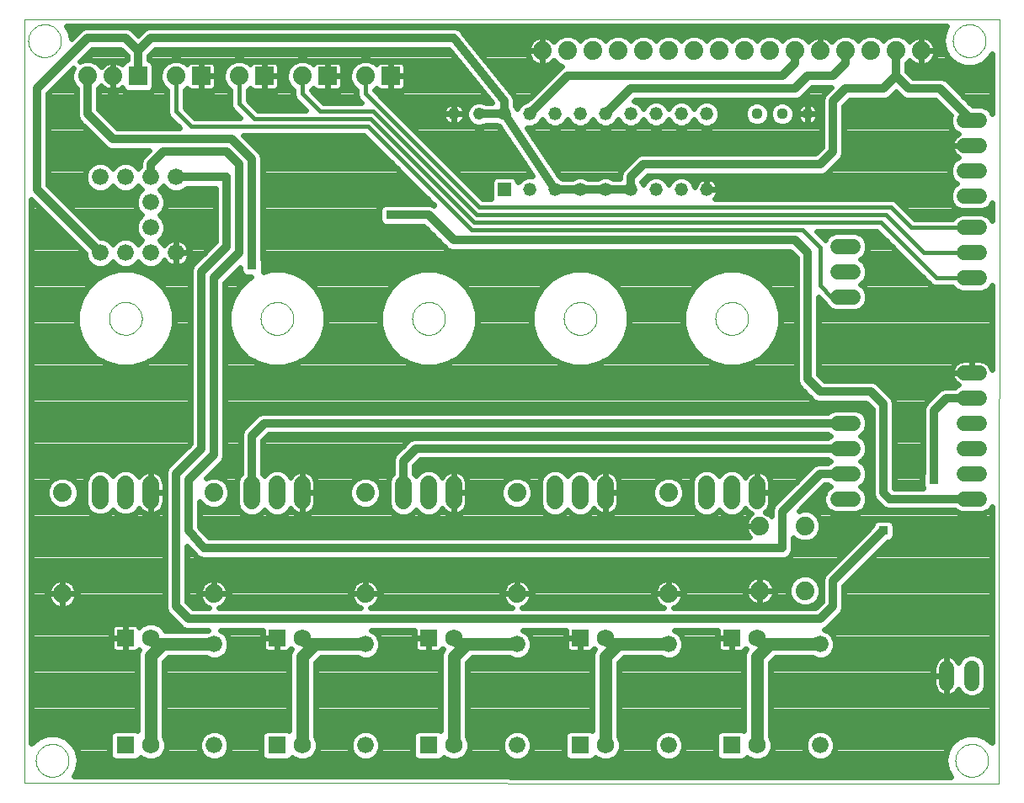
<source format=gbl>
G75*
G70*
%OFA0B0*%
%FSLAX24Y24*%
%IPPOS*%
%LPD*%
%AMOC8*
5,1,8,0,0,1.08239X$1,22.5*
%
%ADD10C,0.0000*%
%ADD11C,0.0660*%
%ADD12C,0.0600*%
%ADD13C,0.0660*%
%ADD14C,0.0740*%
%ADD15R,0.0520X0.0520*%
%ADD16C,0.0520*%
%ADD17C,0.0440*%
%ADD18C,0.0476*%
%ADD19C,0.0690*%
%ADD20R,0.0690X0.0690*%
%ADD21R,0.0740X0.0740*%
%ADD22C,0.0240*%
%ADD23R,0.0356X0.0356*%
%ADD24C,0.0320*%
%ADD25C,0.0500*%
%ADD26C,0.0160*%
D10*
X000433Y000333D02*
X000433Y030581D01*
X039029Y030581D01*
X039009Y000303D01*
X000433Y000333D01*
X000883Y001233D02*
X000885Y001283D01*
X000891Y001333D01*
X000901Y001383D01*
X000914Y001431D01*
X000931Y001479D01*
X000952Y001525D01*
X000976Y001569D01*
X001004Y001611D01*
X001035Y001651D01*
X001069Y001688D01*
X001106Y001723D01*
X001145Y001754D01*
X001186Y001783D01*
X001230Y001808D01*
X001276Y001830D01*
X001323Y001848D01*
X001371Y001862D01*
X001420Y001873D01*
X001470Y001880D01*
X001520Y001883D01*
X001571Y001882D01*
X001621Y001877D01*
X001671Y001868D01*
X001719Y001856D01*
X001767Y001839D01*
X001813Y001819D01*
X001858Y001796D01*
X001901Y001769D01*
X001941Y001739D01*
X001979Y001706D01*
X002014Y001670D01*
X002047Y001631D01*
X002076Y001590D01*
X002102Y001547D01*
X002125Y001502D01*
X002144Y001455D01*
X002159Y001407D01*
X002171Y001358D01*
X002179Y001308D01*
X002183Y001258D01*
X002183Y001208D01*
X002179Y001158D01*
X002171Y001108D01*
X002159Y001059D01*
X002144Y001011D01*
X002125Y000964D01*
X002102Y000919D01*
X002076Y000876D01*
X002047Y000835D01*
X002014Y000796D01*
X001979Y000760D01*
X001941Y000727D01*
X001901Y000697D01*
X001858Y000670D01*
X001813Y000647D01*
X001767Y000627D01*
X001719Y000610D01*
X001671Y000598D01*
X001621Y000589D01*
X001571Y000584D01*
X001520Y000583D01*
X001470Y000586D01*
X001420Y000593D01*
X001371Y000604D01*
X001323Y000618D01*
X001276Y000636D01*
X001230Y000658D01*
X001186Y000683D01*
X001145Y000712D01*
X001106Y000743D01*
X001069Y000778D01*
X001035Y000815D01*
X001004Y000855D01*
X000976Y000897D01*
X000952Y000941D01*
X000931Y000987D01*
X000914Y001035D01*
X000901Y001083D01*
X000891Y001133D01*
X000885Y001183D01*
X000883Y001233D01*
X003786Y018736D02*
X003788Y018786D01*
X003794Y018836D01*
X003804Y018886D01*
X003817Y018934D01*
X003834Y018982D01*
X003855Y019028D01*
X003879Y019072D01*
X003907Y019114D01*
X003938Y019154D01*
X003972Y019191D01*
X004009Y019226D01*
X004048Y019257D01*
X004089Y019286D01*
X004133Y019311D01*
X004179Y019333D01*
X004226Y019351D01*
X004274Y019365D01*
X004323Y019376D01*
X004373Y019383D01*
X004423Y019386D01*
X004474Y019385D01*
X004524Y019380D01*
X004574Y019371D01*
X004622Y019359D01*
X004670Y019342D01*
X004716Y019322D01*
X004761Y019299D01*
X004804Y019272D01*
X004844Y019242D01*
X004882Y019209D01*
X004917Y019173D01*
X004950Y019134D01*
X004979Y019093D01*
X005005Y019050D01*
X005028Y019005D01*
X005047Y018958D01*
X005062Y018910D01*
X005074Y018861D01*
X005082Y018811D01*
X005086Y018761D01*
X005086Y018711D01*
X005082Y018661D01*
X005074Y018611D01*
X005062Y018562D01*
X005047Y018514D01*
X005028Y018467D01*
X005005Y018422D01*
X004979Y018379D01*
X004950Y018338D01*
X004917Y018299D01*
X004882Y018263D01*
X004844Y018230D01*
X004804Y018200D01*
X004761Y018173D01*
X004716Y018150D01*
X004670Y018130D01*
X004622Y018113D01*
X004574Y018101D01*
X004524Y018092D01*
X004474Y018087D01*
X004423Y018086D01*
X004373Y018089D01*
X004323Y018096D01*
X004274Y018107D01*
X004226Y018121D01*
X004179Y018139D01*
X004133Y018161D01*
X004089Y018186D01*
X004048Y018215D01*
X004009Y018246D01*
X003972Y018281D01*
X003938Y018318D01*
X003907Y018358D01*
X003879Y018400D01*
X003855Y018444D01*
X003834Y018490D01*
X003817Y018538D01*
X003804Y018586D01*
X003794Y018636D01*
X003788Y018686D01*
X003786Y018736D01*
X009783Y018733D02*
X009785Y018783D01*
X009791Y018833D01*
X009801Y018883D01*
X009814Y018931D01*
X009831Y018979D01*
X009852Y019025D01*
X009876Y019069D01*
X009904Y019111D01*
X009935Y019151D01*
X009969Y019188D01*
X010006Y019223D01*
X010045Y019254D01*
X010086Y019283D01*
X010130Y019308D01*
X010176Y019330D01*
X010223Y019348D01*
X010271Y019362D01*
X010320Y019373D01*
X010370Y019380D01*
X010420Y019383D01*
X010471Y019382D01*
X010521Y019377D01*
X010571Y019368D01*
X010619Y019356D01*
X010667Y019339D01*
X010713Y019319D01*
X010758Y019296D01*
X010801Y019269D01*
X010841Y019239D01*
X010879Y019206D01*
X010914Y019170D01*
X010947Y019131D01*
X010976Y019090D01*
X011002Y019047D01*
X011025Y019002D01*
X011044Y018955D01*
X011059Y018907D01*
X011071Y018858D01*
X011079Y018808D01*
X011083Y018758D01*
X011083Y018708D01*
X011079Y018658D01*
X011071Y018608D01*
X011059Y018559D01*
X011044Y018511D01*
X011025Y018464D01*
X011002Y018419D01*
X010976Y018376D01*
X010947Y018335D01*
X010914Y018296D01*
X010879Y018260D01*
X010841Y018227D01*
X010801Y018197D01*
X010758Y018170D01*
X010713Y018147D01*
X010667Y018127D01*
X010619Y018110D01*
X010571Y018098D01*
X010521Y018089D01*
X010471Y018084D01*
X010420Y018083D01*
X010370Y018086D01*
X010320Y018093D01*
X010271Y018104D01*
X010223Y018118D01*
X010176Y018136D01*
X010130Y018158D01*
X010086Y018183D01*
X010045Y018212D01*
X010006Y018243D01*
X009969Y018278D01*
X009935Y018315D01*
X009904Y018355D01*
X009876Y018397D01*
X009852Y018441D01*
X009831Y018487D01*
X009814Y018535D01*
X009801Y018583D01*
X009791Y018633D01*
X009785Y018683D01*
X009783Y018733D01*
X015783Y018733D02*
X015785Y018783D01*
X015791Y018833D01*
X015801Y018883D01*
X015814Y018931D01*
X015831Y018979D01*
X015852Y019025D01*
X015876Y019069D01*
X015904Y019111D01*
X015935Y019151D01*
X015969Y019188D01*
X016006Y019223D01*
X016045Y019254D01*
X016086Y019283D01*
X016130Y019308D01*
X016176Y019330D01*
X016223Y019348D01*
X016271Y019362D01*
X016320Y019373D01*
X016370Y019380D01*
X016420Y019383D01*
X016471Y019382D01*
X016521Y019377D01*
X016571Y019368D01*
X016619Y019356D01*
X016667Y019339D01*
X016713Y019319D01*
X016758Y019296D01*
X016801Y019269D01*
X016841Y019239D01*
X016879Y019206D01*
X016914Y019170D01*
X016947Y019131D01*
X016976Y019090D01*
X017002Y019047D01*
X017025Y019002D01*
X017044Y018955D01*
X017059Y018907D01*
X017071Y018858D01*
X017079Y018808D01*
X017083Y018758D01*
X017083Y018708D01*
X017079Y018658D01*
X017071Y018608D01*
X017059Y018559D01*
X017044Y018511D01*
X017025Y018464D01*
X017002Y018419D01*
X016976Y018376D01*
X016947Y018335D01*
X016914Y018296D01*
X016879Y018260D01*
X016841Y018227D01*
X016801Y018197D01*
X016758Y018170D01*
X016713Y018147D01*
X016667Y018127D01*
X016619Y018110D01*
X016571Y018098D01*
X016521Y018089D01*
X016471Y018084D01*
X016420Y018083D01*
X016370Y018086D01*
X016320Y018093D01*
X016271Y018104D01*
X016223Y018118D01*
X016176Y018136D01*
X016130Y018158D01*
X016086Y018183D01*
X016045Y018212D01*
X016006Y018243D01*
X015969Y018278D01*
X015935Y018315D01*
X015904Y018355D01*
X015876Y018397D01*
X015852Y018441D01*
X015831Y018487D01*
X015814Y018535D01*
X015801Y018583D01*
X015791Y018633D01*
X015785Y018683D01*
X015783Y018733D01*
X021783Y018733D02*
X021785Y018783D01*
X021791Y018833D01*
X021801Y018883D01*
X021814Y018931D01*
X021831Y018979D01*
X021852Y019025D01*
X021876Y019069D01*
X021904Y019111D01*
X021935Y019151D01*
X021969Y019188D01*
X022006Y019223D01*
X022045Y019254D01*
X022086Y019283D01*
X022130Y019308D01*
X022176Y019330D01*
X022223Y019348D01*
X022271Y019362D01*
X022320Y019373D01*
X022370Y019380D01*
X022420Y019383D01*
X022471Y019382D01*
X022521Y019377D01*
X022571Y019368D01*
X022619Y019356D01*
X022667Y019339D01*
X022713Y019319D01*
X022758Y019296D01*
X022801Y019269D01*
X022841Y019239D01*
X022879Y019206D01*
X022914Y019170D01*
X022947Y019131D01*
X022976Y019090D01*
X023002Y019047D01*
X023025Y019002D01*
X023044Y018955D01*
X023059Y018907D01*
X023071Y018858D01*
X023079Y018808D01*
X023083Y018758D01*
X023083Y018708D01*
X023079Y018658D01*
X023071Y018608D01*
X023059Y018559D01*
X023044Y018511D01*
X023025Y018464D01*
X023002Y018419D01*
X022976Y018376D01*
X022947Y018335D01*
X022914Y018296D01*
X022879Y018260D01*
X022841Y018227D01*
X022801Y018197D01*
X022758Y018170D01*
X022713Y018147D01*
X022667Y018127D01*
X022619Y018110D01*
X022571Y018098D01*
X022521Y018089D01*
X022471Y018084D01*
X022420Y018083D01*
X022370Y018086D01*
X022320Y018093D01*
X022271Y018104D01*
X022223Y018118D01*
X022176Y018136D01*
X022130Y018158D01*
X022086Y018183D01*
X022045Y018212D01*
X022006Y018243D01*
X021969Y018278D01*
X021935Y018315D01*
X021904Y018355D01*
X021876Y018397D01*
X021852Y018441D01*
X021831Y018487D01*
X021814Y018535D01*
X021801Y018583D01*
X021791Y018633D01*
X021785Y018683D01*
X021783Y018733D01*
X027783Y018733D02*
X027785Y018783D01*
X027791Y018833D01*
X027801Y018883D01*
X027814Y018931D01*
X027831Y018979D01*
X027852Y019025D01*
X027876Y019069D01*
X027904Y019111D01*
X027935Y019151D01*
X027969Y019188D01*
X028006Y019223D01*
X028045Y019254D01*
X028086Y019283D01*
X028130Y019308D01*
X028176Y019330D01*
X028223Y019348D01*
X028271Y019362D01*
X028320Y019373D01*
X028370Y019380D01*
X028420Y019383D01*
X028471Y019382D01*
X028521Y019377D01*
X028571Y019368D01*
X028619Y019356D01*
X028667Y019339D01*
X028713Y019319D01*
X028758Y019296D01*
X028801Y019269D01*
X028841Y019239D01*
X028879Y019206D01*
X028914Y019170D01*
X028947Y019131D01*
X028976Y019090D01*
X029002Y019047D01*
X029025Y019002D01*
X029044Y018955D01*
X029059Y018907D01*
X029071Y018858D01*
X029079Y018808D01*
X029083Y018758D01*
X029083Y018708D01*
X029079Y018658D01*
X029071Y018608D01*
X029059Y018559D01*
X029044Y018511D01*
X029025Y018464D01*
X029002Y018419D01*
X028976Y018376D01*
X028947Y018335D01*
X028914Y018296D01*
X028879Y018260D01*
X028841Y018227D01*
X028801Y018197D01*
X028758Y018170D01*
X028713Y018147D01*
X028667Y018127D01*
X028619Y018110D01*
X028571Y018098D01*
X028521Y018089D01*
X028471Y018084D01*
X028420Y018083D01*
X028370Y018086D01*
X028320Y018093D01*
X028271Y018104D01*
X028223Y018118D01*
X028176Y018136D01*
X028130Y018158D01*
X028086Y018183D01*
X028045Y018212D01*
X028006Y018243D01*
X027969Y018278D01*
X027935Y018315D01*
X027904Y018355D01*
X027876Y018397D01*
X027852Y018441D01*
X027831Y018487D01*
X027814Y018535D01*
X027801Y018583D01*
X027791Y018633D01*
X027785Y018683D01*
X027783Y018733D01*
X037183Y029733D02*
X037185Y029783D01*
X037191Y029833D01*
X037201Y029883D01*
X037214Y029931D01*
X037231Y029979D01*
X037252Y030025D01*
X037276Y030069D01*
X037304Y030111D01*
X037335Y030151D01*
X037369Y030188D01*
X037406Y030223D01*
X037445Y030254D01*
X037486Y030283D01*
X037530Y030308D01*
X037576Y030330D01*
X037623Y030348D01*
X037671Y030362D01*
X037720Y030373D01*
X037770Y030380D01*
X037820Y030383D01*
X037871Y030382D01*
X037921Y030377D01*
X037971Y030368D01*
X038019Y030356D01*
X038067Y030339D01*
X038113Y030319D01*
X038158Y030296D01*
X038201Y030269D01*
X038241Y030239D01*
X038279Y030206D01*
X038314Y030170D01*
X038347Y030131D01*
X038376Y030090D01*
X038402Y030047D01*
X038425Y030002D01*
X038444Y029955D01*
X038459Y029907D01*
X038471Y029858D01*
X038479Y029808D01*
X038483Y029758D01*
X038483Y029708D01*
X038479Y029658D01*
X038471Y029608D01*
X038459Y029559D01*
X038444Y029511D01*
X038425Y029464D01*
X038402Y029419D01*
X038376Y029376D01*
X038347Y029335D01*
X038314Y029296D01*
X038279Y029260D01*
X038241Y029227D01*
X038201Y029197D01*
X038158Y029170D01*
X038113Y029147D01*
X038067Y029127D01*
X038019Y029110D01*
X037971Y029098D01*
X037921Y029089D01*
X037871Y029084D01*
X037820Y029083D01*
X037770Y029086D01*
X037720Y029093D01*
X037671Y029104D01*
X037623Y029118D01*
X037576Y029136D01*
X037530Y029158D01*
X037486Y029183D01*
X037445Y029212D01*
X037406Y029243D01*
X037369Y029278D01*
X037335Y029315D01*
X037304Y029355D01*
X037276Y029397D01*
X037252Y029441D01*
X037231Y029487D01*
X037214Y029535D01*
X037201Y029583D01*
X037191Y029633D01*
X037185Y029683D01*
X037183Y029733D01*
X000583Y029733D02*
X000585Y029783D01*
X000591Y029833D01*
X000601Y029883D01*
X000614Y029931D01*
X000631Y029979D01*
X000652Y030025D01*
X000676Y030069D01*
X000704Y030111D01*
X000735Y030151D01*
X000769Y030188D01*
X000806Y030223D01*
X000845Y030254D01*
X000886Y030283D01*
X000930Y030308D01*
X000976Y030330D01*
X001023Y030348D01*
X001071Y030362D01*
X001120Y030373D01*
X001170Y030380D01*
X001220Y030383D01*
X001271Y030382D01*
X001321Y030377D01*
X001371Y030368D01*
X001419Y030356D01*
X001467Y030339D01*
X001513Y030319D01*
X001558Y030296D01*
X001601Y030269D01*
X001641Y030239D01*
X001679Y030206D01*
X001714Y030170D01*
X001747Y030131D01*
X001776Y030090D01*
X001802Y030047D01*
X001825Y030002D01*
X001844Y029955D01*
X001859Y029907D01*
X001871Y029858D01*
X001879Y029808D01*
X001883Y029758D01*
X001883Y029708D01*
X001879Y029658D01*
X001871Y029608D01*
X001859Y029559D01*
X001844Y029511D01*
X001825Y029464D01*
X001802Y029419D01*
X001776Y029376D01*
X001747Y029335D01*
X001714Y029296D01*
X001679Y029260D01*
X001641Y029227D01*
X001601Y029197D01*
X001558Y029170D01*
X001513Y029147D01*
X001467Y029127D01*
X001419Y029110D01*
X001371Y029098D01*
X001321Y029089D01*
X001271Y029084D01*
X001220Y029083D01*
X001170Y029086D01*
X001120Y029093D01*
X001071Y029104D01*
X001023Y029118D01*
X000976Y029136D01*
X000930Y029158D01*
X000886Y029183D01*
X000845Y029212D01*
X000806Y029243D01*
X000769Y029278D01*
X000735Y029315D01*
X000704Y029355D01*
X000676Y029397D01*
X000652Y029441D01*
X000631Y029487D01*
X000614Y029535D01*
X000601Y029583D01*
X000591Y029633D01*
X000585Y029683D01*
X000583Y029733D01*
X037283Y001233D02*
X037285Y001283D01*
X037291Y001333D01*
X037301Y001383D01*
X037314Y001431D01*
X037331Y001479D01*
X037352Y001525D01*
X037376Y001569D01*
X037404Y001611D01*
X037435Y001651D01*
X037469Y001688D01*
X037506Y001723D01*
X037545Y001754D01*
X037586Y001783D01*
X037630Y001808D01*
X037676Y001830D01*
X037723Y001848D01*
X037771Y001862D01*
X037820Y001873D01*
X037870Y001880D01*
X037920Y001883D01*
X037971Y001882D01*
X038021Y001877D01*
X038071Y001868D01*
X038119Y001856D01*
X038167Y001839D01*
X038213Y001819D01*
X038258Y001796D01*
X038301Y001769D01*
X038341Y001739D01*
X038379Y001706D01*
X038414Y001670D01*
X038447Y001631D01*
X038476Y001590D01*
X038502Y001547D01*
X038525Y001502D01*
X038544Y001455D01*
X038559Y001407D01*
X038571Y001358D01*
X038579Y001308D01*
X038583Y001258D01*
X038583Y001208D01*
X038579Y001158D01*
X038571Y001108D01*
X038559Y001059D01*
X038544Y001011D01*
X038525Y000964D01*
X038502Y000919D01*
X038476Y000876D01*
X038447Y000835D01*
X038414Y000796D01*
X038379Y000760D01*
X038341Y000727D01*
X038301Y000697D01*
X038258Y000670D01*
X038213Y000647D01*
X038167Y000627D01*
X038119Y000610D01*
X038071Y000598D01*
X038021Y000589D01*
X037971Y000584D01*
X037920Y000583D01*
X037870Y000586D01*
X037820Y000593D01*
X037771Y000604D01*
X037723Y000618D01*
X037676Y000636D01*
X037630Y000658D01*
X037586Y000683D01*
X037545Y000712D01*
X037506Y000743D01*
X037469Y000778D01*
X037435Y000815D01*
X037404Y000855D01*
X037376Y000897D01*
X037352Y000941D01*
X037331Y000987D01*
X037314Y001035D01*
X037301Y001083D01*
X037291Y001133D01*
X037285Y001183D01*
X037283Y001233D01*
D11*
X029433Y011503D02*
X029433Y012163D01*
X028433Y012163D02*
X028433Y011503D01*
X027433Y011503D02*
X027433Y012163D01*
X023433Y012163D02*
X023433Y011503D01*
X022433Y011503D02*
X022433Y012163D01*
X021433Y012163D02*
X021433Y011503D01*
X017433Y011503D02*
X017433Y012163D01*
X016433Y012163D02*
X016433Y011503D01*
X015433Y011503D02*
X015433Y012163D01*
X011433Y012163D02*
X011433Y011503D01*
X010433Y011503D02*
X010433Y012163D01*
X009433Y012163D02*
X009433Y011503D01*
X005436Y011506D02*
X005436Y012166D01*
X004436Y012166D02*
X004436Y011506D01*
X003436Y011506D02*
X003436Y012166D01*
D12*
X032629Y012580D02*
X033229Y012580D01*
X033229Y011580D02*
X032629Y011580D01*
X032629Y013580D02*
X033229Y013580D01*
X033229Y014580D02*
X032629Y014580D01*
X037633Y014583D02*
X038233Y014583D01*
X038233Y015583D02*
X037633Y015583D01*
X037633Y016583D02*
X038233Y016583D01*
X038233Y013583D02*
X037633Y013583D01*
X037633Y012583D02*
X038233Y012583D01*
X038233Y011583D02*
X037633Y011583D01*
X037936Y004888D02*
X037936Y004288D01*
X036936Y004288D02*
X036936Y004888D01*
X033233Y019583D02*
X032633Y019583D01*
X032633Y020583D02*
X033233Y020583D01*
X033233Y021583D02*
X032633Y021583D01*
X037633Y021333D02*
X038233Y021333D01*
X038233Y020333D02*
X037633Y020333D01*
X037633Y022333D02*
X038233Y022333D01*
X038233Y023583D02*
X037633Y023583D01*
X037633Y024583D02*
X038233Y024583D01*
X038233Y025583D02*
X037633Y025583D01*
X037633Y026583D02*
X038233Y026583D01*
D13*
X031933Y005833D03*
X031933Y001833D03*
X025933Y001833D03*
X025933Y005833D03*
X019933Y005833D03*
X019933Y001833D03*
X013933Y001833D03*
X013933Y005833D03*
X007940Y005837D03*
X007940Y001837D03*
X006433Y021333D03*
X005433Y021333D03*
X004433Y021333D03*
X003433Y021333D03*
X005433Y022333D03*
X005433Y023333D03*
X005433Y024333D03*
X004433Y024333D03*
X003433Y024333D03*
X006433Y024333D03*
D14*
X006433Y028333D03*
X003933Y028333D03*
X002933Y028333D03*
X008933Y028333D03*
X011433Y028333D03*
X013933Y028333D03*
X020933Y029333D03*
X021933Y029333D03*
X022933Y029333D03*
X023933Y029333D03*
X024933Y029333D03*
X025933Y029333D03*
X026933Y029333D03*
X027933Y029333D03*
X028933Y029333D03*
X029933Y029333D03*
X030933Y029333D03*
X031933Y029333D03*
X032933Y029333D03*
X033933Y029333D03*
X034933Y029333D03*
X035933Y029333D03*
X025933Y011833D03*
X029543Y010513D03*
X031323Y010513D03*
X031323Y007953D03*
X029543Y007953D03*
X025933Y007833D03*
X019933Y007833D03*
X019933Y011833D03*
X013933Y011833D03*
X013933Y007833D03*
X007933Y007833D03*
X007933Y011833D03*
X001936Y011833D03*
X001936Y007833D03*
D15*
X019433Y023833D03*
D16*
X020433Y023833D03*
X021433Y023833D03*
X022433Y023833D03*
X023433Y023833D03*
X024433Y023833D03*
X025433Y023833D03*
X026433Y023833D03*
X027433Y023833D03*
X027433Y026833D03*
X026433Y026833D03*
X025433Y026833D03*
X024433Y026833D03*
X023433Y026833D03*
X022433Y026833D03*
X021433Y026833D03*
X020433Y026833D03*
X019433Y026833D03*
D17*
X029433Y026833D03*
X030433Y026833D03*
X031433Y026833D03*
D18*
X018433Y026833D03*
X017433Y026833D03*
D19*
X017433Y006083D03*
X017433Y001833D03*
X011433Y001833D03*
X011433Y006083D03*
X005433Y006083D03*
X005433Y001833D03*
X023433Y001833D03*
X023433Y006083D03*
X029433Y006083D03*
X029433Y001833D03*
D20*
X028433Y001833D03*
X028433Y006083D03*
X022433Y006083D03*
X022433Y001833D03*
X016433Y001833D03*
X016433Y006083D03*
X010433Y006083D03*
X010433Y001833D03*
X004433Y001833D03*
X004433Y006083D03*
D21*
X004933Y028333D03*
X007433Y028333D03*
X009933Y028333D03*
X012433Y028333D03*
X014933Y028333D03*
D22*
X014933Y028923D01*
X014534Y028923D01*
X014478Y028908D01*
X014428Y028879D01*
X014387Y028838D01*
X014373Y028812D01*
X014302Y028884D01*
X014063Y028983D01*
X013804Y028983D01*
X013565Y028884D01*
X013382Y028701D01*
X013283Y028462D01*
X013283Y028203D01*
X013382Y027964D01*
X013565Y027782D01*
X013573Y027778D01*
X013573Y027561D01*
X013628Y027429D01*
X013729Y027327D01*
X013764Y027293D01*
X012282Y027293D01*
X011796Y027779D01*
X011802Y027782D01*
X011873Y027853D01*
X011887Y027828D01*
X011928Y027787D01*
X011978Y027758D01*
X012034Y027743D01*
X012433Y027743D01*
X012433Y028332D01*
X012434Y028332D01*
X012434Y028333D01*
X013023Y028333D01*
X013023Y028732D01*
X013008Y028788D01*
X012979Y028838D01*
X012938Y028879D01*
X012888Y028908D01*
X012832Y028923D01*
X012434Y028923D01*
X012434Y028333D01*
X012433Y028333D01*
X012433Y028923D01*
X012034Y028923D01*
X011978Y028908D01*
X011928Y028879D01*
X011887Y028838D01*
X011873Y028812D01*
X011802Y028884D01*
X011563Y028983D01*
X011304Y028983D01*
X011065Y028884D01*
X010882Y028701D01*
X010783Y028462D01*
X010783Y028203D01*
X010882Y027964D01*
X011065Y027782D01*
X011073Y027778D01*
X011073Y027704D01*
X011073Y027561D01*
X011128Y027429D01*
X011564Y026993D01*
X009682Y026993D01*
X009293Y027382D01*
X009293Y027778D01*
X009302Y027782D01*
X009373Y027853D01*
X009387Y027828D01*
X009428Y027787D01*
X009478Y027758D01*
X009534Y027743D01*
X009933Y027743D01*
X009933Y028332D01*
X009934Y028332D01*
X009934Y028333D01*
X010523Y028333D01*
X010523Y028732D01*
X010508Y028788D01*
X010479Y028838D01*
X010438Y028879D01*
X010388Y028908D01*
X010332Y028923D01*
X009934Y028923D01*
X009934Y028333D01*
X009933Y028333D01*
X009933Y028923D01*
X009534Y028923D01*
X009478Y028908D01*
X009428Y028879D01*
X009387Y028838D01*
X009373Y028812D01*
X009302Y028884D01*
X009063Y028983D01*
X008804Y028983D01*
X008565Y028884D01*
X008382Y028701D01*
X008283Y028462D01*
X008283Y028203D01*
X008382Y027964D01*
X008565Y027782D01*
X008573Y027778D01*
X008573Y027304D01*
X008573Y027161D01*
X008628Y027029D01*
X008964Y026693D01*
X007182Y026693D01*
X006793Y027082D01*
X006793Y027778D01*
X006802Y027782D01*
X006873Y027853D01*
X006887Y027828D01*
X006928Y027787D01*
X006978Y027758D01*
X007034Y027743D01*
X007433Y027743D01*
X007433Y028332D01*
X007434Y028332D01*
X007434Y028333D01*
X008023Y028333D01*
X008023Y028732D01*
X008008Y028788D01*
X007979Y028838D01*
X007938Y028879D01*
X007888Y028908D01*
X007832Y028923D01*
X007434Y028923D01*
X007434Y028333D01*
X007433Y028333D01*
X007433Y028923D01*
X007034Y028923D01*
X006978Y028908D01*
X006928Y028879D01*
X006887Y028838D01*
X006873Y028812D01*
X006802Y028884D01*
X006563Y028983D01*
X006304Y028983D01*
X006065Y028884D01*
X005882Y028701D01*
X005783Y028462D01*
X005783Y028203D01*
X005882Y027964D01*
X006065Y027782D01*
X006073Y027778D01*
X006073Y027004D01*
X006073Y026861D01*
X006128Y026729D01*
X006584Y026273D01*
X004116Y026273D01*
X003373Y027015D01*
X003373Y027853D01*
X003477Y027957D01*
X003483Y027948D01*
X003549Y027883D01*
X003624Y027828D01*
X003707Y027786D01*
X003795Y027757D01*
X003887Y027743D01*
X003933Y027743D01*
X003933Y028332D01*
X003934Y028332D01*
X003934Y027743D01*
X003980Y027743D01*
X004072Y027757D01*
X004160Y027786D01*
X004243Y027828D01*
X004299Y027869D01*
X004326Y027804D01*
X004405Y027725D01*
X004508Y027683D01*
X005359Y027683D01*
X005462Y027725D01*
X005541Y027804D01*
X005583Y027907D01*
X005583Y028758D01*
X005541Y028861D01*
X005462Y028940D01*
X005373Y028977D01*
X005373Y029150D01*
X005616Y029393D01*
X017222Y029393D01*
X018918Y027273D01*
X018724Y027273D01*
X018536Y027350D01*
X018330Y027350D01*
X018140Y027272D01*
X017994Y027126D01*
X017916Y026936D01*
X017916Y026730D01*
X017994Y026539D01*
X018140Y026394D01*
X018330Y026315D01*
X018536Y026315D01*
X018724Y026393D01*
X019110Y026393D01*
X019127Y026375D01*
X019241Y026328D01*
X020546Y024370D01*
X020541Y024373D01*
X020326Y024373D01*
X020127Y024290D01*
X019976Y024138D01*
X019973Y024133D01*
X019973Y024148D01*
X019931Y024251D01*
X019852Y024330D01*
X019749Y024373D01*
X019118Y024373D01*
X019015Y024330D01*
X018936Y024251D01*
X018893Y024148D01*
X018893Y023517D01*
X018904Y023493D01*
X018582Y023493D01*
X014296Y027779D01*
X014302Y027782D01*
X014373Y027853D01*
X014387Y027828D01*
X014428Y027787D01*
X014478Y027758D01*
X014534Y027743D01*
X014933Y027743D01*
X014933Y028332D01*
X014934Y028332D01*
X014934Y028333D01*
X015523Y028333D01*
X015523Y028732D01*
X015508Y028788D01*
X015479Y028838D01*
X015438Y028879D01*
X015388Y028908D01*
X015332Y028923D01*
X014934Y028923D01*
X014934Y028333D01*
X014933Y028333D01*
X014934Y028332D02*
X015523Y028332D01*
X015523Y027934D01*
X015508Y027878D01*
X015479Y027828D01*
X015438Y027787D01*
X015388Y027758D01*
X015332Y027743D01*
X014934Y027743D01*
X014934Y028332D01*
X014933Y028242D02*
X014934Y028242D01*
X014933Y028004D02*
X014934Y028004D01*
X014933Y027765D02*
X014934Y027765D01*
X014549Y027527D02*
X018715Y027527D01*
X018687Y027288D02*
X018906Y027288D01*
X018524Y027765D02*
X015401Y027765D01*
X015523Y028004D02*
X018333Y028004D01*
X018142Y028242D02*
X015523Y028242D01*
X015523Y028481D02*
X017951Y028481D01*
X017761Y028719D02*
X015523Y028719D01*
X014934Y028719D02*
X014933Y028719D01*
X014933Y028481D02*
X014934Y028481D01*
X014465Y027765D02*
X014310Y027765D01*
X014787Y027288D02*
X017382Y027288D01*
X017397Y027290D02*
X017326Y027279D01*
X017258Y027257D01*
X017193Y027224D01*
X017135Y027182D01*
X017084Y027131D01*
X017042Y027073D01*
X017009Y027008D01*
X016987Y026940D01*
X016976Y026869D01*
X016976Y026833D01*
X017433Y026833D01*
X017433Y027290D01*
X017397Y027290D01*
X017433Y027288D02*
X017434Y027288D01*
X017434Y027290D02*
X017469Y027290D01*
X017541Y027279D01*
X017609Y027257D01*
X017673Y027224D01*
X017732Y027182D01*
X017783Y027131D01*
X017825Y027073D01*
X017858Y027008D01*
X017880Y026940D01*
X017891Y026869D01*
X017891Y026833D01*
X017434Y026833D01*
X017434Y026832D01*
X017891Y026832D01*
X017891Y026797D01*
X017880Y026725D01*
X017858Y026657D01*
X017825Y026593D01*
X017783Y026534D01*
X017732Y026483D01*
X017673Y026441D01*
X017609Y026408D01*
X017541Y026386D01*
X017469Y026375D01*
X017434Y026375D01*
X017434Y026832D01*
X017433Y026832D01*
X017433Y026375D01*
X017397Y026375D01*
X017326Y026386D01*
X017258Y026408D01*
X017193Y026441D01*
X017135Y026483D01*
X017084Y026534D01*
X017042Y026593D01*
X017009Y026657D01*
X016987Y026725D01*
X016976Y026797D01*
X016976Y026832D01*
X017433Y026832D01*
X017433Y026833D01*
X017434Y026833D01*
X017434Y027290D01*
X017484Y027288D02*
X018180Y027288D01*
X017963Y027049D02*
X017837Y027049D01*
X017891Y026811D02*
X017916Y026811D01*
X017981Y026572D02*
X017810Y026572D01*
X017434Y026572D02*
X017433Y026572D01*
X017433Y026811D02*
X017434Y026811D01*
X017433Y027049D02*
X017434Y027049D01*
X017030Y027049D02*
X015026Y027049D01*
X015264Y026811D02*
X016976Y026811D01*
X017057Y026572D02*
X015503Y026572D01*
X015741Y026334D02*
X018284Y026334D01*
X018582Y026334D02*
X019226Y026334D01*
X019396Y026095D02*
X015980Y026095D01*
X016218Y025857D02*
X019555Y025857D01*
X019714Y025618D02*
X016457Y025618D01*
X016695Y025380D02*
X019873Y025380D01*
X020032Y025141D02*
X016934Y025141D01*
X017172Y024903D02*
X020191Y024903D01*
X020350Y024664D02*
X017411Y024664D01*
X017650Y024425D02*
X020509Y024425D01*
X020024Y024187D02*
X019957Y024187D01*
X018909Y024187D02*
X017888Y024187D01*
X018127Y023948D02*
X018893Y023948D01*
X018893Y023710D02*
X018365Y023710D01*
X016629Y023228D02*
X016521Y023273D01*
X015211Y023273D01*
X015167Y023291D01*
X014700Y023291D01*
X014597Y023248D01*
X014518Y023169D01*
X014475Y023066D01*
X014475Y022599D01*
X014518Y022496D01*
X014597Y022417D01*
X014700Y022374D01*
X015167Y022374D01*
X015211Y022393D01*
X016251Y022393D01*
X017184Y021460D01*
X017346Y021393D01*
X017521Y021393D01*
X030751Y021393D01*
X030993Y021150D01*
X030993Y016245D01*
X031060Y016083D01*
X031184Y015960D01*
X031684Y015460D01*
X031846Y015393D01*
X032021Y015393D01*
X033751Y015393D01*
X033993Y015150D01*
X033993Y011745D01*
X034060Y011583D01*
X034184Y011460D01*
X034434Y011210D01*
X034596Y011143D01*
X034771Y011143D01*
X037253Y011143D01*
X037305Y011091D01*
X037518Y011003D01*
X038349Y011003D01*
X038562Y011091D01*
X038725Y011254D01*
X038736Y011280D01*
X038730Y001935D01*
X038466Y002156D01*
X038119Y002283D01*
X038118Y002283D02*
X037997Y002283D01*
X037933Y002283D01*
X037870Y002283D01*
X037748Y002283D01*
X037400Y002156D01*
X037117Y001918D01*
X036932Y001597D01*
X036931Y001597D01*
X036867Y001233D01*
X036931Y000868D01*
X037095Y000584D01*
X002387Y000611D01*
X002535Y000868D01*
X002600Y001233D01*
X002535Y001597D01*
X002350Y001918D01*
X002066Y002156D01*
X001719Y002283D01*
X001718Y002283D02*
X001597Y002283D01*
X001533Y002283D01*
X001494Y002283D01*
X001470Y002283D01*
X001348Y002283D01*
X001000Y002156D01*
X000717Y001918D01*
X000717Y001918D01*
X000713Y001912D01*
X000713Y023430D01*
X002823Y021320D01*
X002823Y021211D01*
X002916Y020987D01*
X003088Y020815D01*
X003312Y020723D01*
X003555Y020723D01*
X003779Y020815D01*
X003933Y020970D01*
X004088Y020815D01*
X004312Y020723D01*
X004555Y020723D01*
X004779Y020815D01*
X004933Y020970D01*
X005088Y020815D01*
X005312Y020723D01*
X005555Y020723D01*
X005779Y020815D01*
X005950Y020987D01*
X005970Y021035D01*
X006014Y020974D01*
X006075Y020913D01*
X006145Y020862D01*
X006222Y020823D01*
X006305Y020796D01*
X006390Y020783D01*
X006433Y020783D01*
X006433Y021332D01*
X006434Y021332D01*
X006434Y021333D01*
X006983Y021333D01*
X006983Y021376D01*
X006970Y021461D01*
X006943Y021544D01*
X006904Y021621D01*
X006853Y021691D01*
X006792Y021752D01*
X006722Y021803D01*
X006644Y021842D01*
X006562Y021869D01*
X006477Y021883D01*
X006434Y021883D01*
X006434Y021333D01*
X006433Y021333D01*
X006433Y021883D01*
X006390Y021883D01*
X006305Y021869D01*
X006222Y021842D01*
X006145Y021803D01*
X006075Y021752D01*
X006014Y021691D01*
X005970Y021631D01*
X005950Y021678D01*
X005796Y021833D01*
X005950Y021987D01*
X006043Y022211D01*
X006043Y022454D01*
X005950Y022678D01*
X005796Y022833D01*
X005950Y022987D01*
X006043Y023211D01*
X006043Y023454D01*
X005950Y023678D01*
X005796Y023833D01*
X005933Y023970D01*
X006088Y023815D01*
X006312Y023723D01*
X006555Y023723D01*
X006779Y023815D01*
X006856Y023893D01*
X007993Y023893D01*
X007993Y021765D01*
X007184Y020956D01*
X007060Y020832D01*
X006993Y020670D01*
X006993Y013765D01*
X006184Y012956D01*
X006060Y012832D01*
X005993Y012670D01*
X005993Y007420D01*
X005993Y007245D01*
X006060Y007083D01*
X006684Y006460D01*
X006846Y006393D01*
X007021Y006393D01*
X007687Y006393D01*
X007626Y006367D01*
X006012Y006367D01*
X005992Y006367D01*
X005963Y006437D01*
X005787Y006612D01*
X005558Y006708D01*
X005309Y006708D01*
X005079Y006612D01*
X004982Y006515D01*
X004954Y006563D01*
X004913Y006604D01*
X004863Y006633D01*
X004807Y006648D01*
X004434Y006648D01*
X004434Y006083D01*
X004433Y006083D01*
X004433Y006648D01*
X004059Y006648D01*
X004003Y006633D01*
X003953Y006604D01*
X003912Y006563D01*
X003883Y006513D01*
X003868Y006457D01*
X003868Y006083D01*
X004433Y006083D01*
X004433Y006082D01*
X004434Y006082D01*
X004434Y005518D01*
X004807Y005518D01*
X004863Y005533D01*
X004913Y005562D01*
X004954Y005603D01*
X004969Y005627D01*
X004903Y005470D01*
X004903Y005259D01*
X004903Y002429D01*
X004834Y002458D01*
X004033Y002458D01*
X003930Y002415D01*
X003851Y002336D01*
X003808Y002233D01*
X003808Y001432D01*
X003851Y001329D01*
X003930Y001250D01*
X004033Y001208D01*
X004834Y001208D01*
X004937Y001250D01*
X005016Y001329D01*
X005027Y001355D01*
X005079Y001303D01*
X005309Y001208D01*
X005558Y001208D01*
X005787Y001303D01*
X005963Y001479D01*
X006058Y001708D01*
X006058Y001957D01*
X005963Y002186D01*
X005963Y005145D01*
X006126Y005307D01*
X007626Y005307D01*
X007819Y005227D01*
X008062Y005227D01*
X008286Y005320D01*
X008457Y005492D01*
X008550Y005716D01*
X008550Y005959D01*
X008457Y006183D01*
X008286Y006354D01*
X008193Y006393D01*
X009868Y006393D01*
X009868Y006083D01*
X010433Y006083D01*
X010433Y006082D01*
X010434Y006082D01*
X010434Y005518D01*
X010807Y005518D01*
X010863Y005533D01*
X010913Y005562D01*
X010954Y005603D01*
X010982Y005650D01*
X010992Y005640D01*
X010984Y005633D01*
X010903Y005438D01*
X010903Y002429D01*
X010834Y002458D01*
X010033Y002458D01*
X009930Y002415D01*
X009851Y002336D01*
X009808Y002233D01*
X009808Y001432D01*
X009851Y001329D01*
X009930Y001250D01*
X010033Y001208D01*
X010834Y001208D01*
X010937Y001250D01*
X011016Y001329D01*
X011027Y001355D01*
X011079Y001303D01*
X011309Y001208D01*
X011558Y001208D01*
X011787Y001303D01*
X011963Y001479D01*
X012058Y001708D01*
X012058Y001957D01*
X011963Y002186D01*
X011963Y005113D01*
X012153Y005303D01*
X013619Y005303D01*
X013812Y005223D01*
X014055Y005223D01*
X014279Y005315D01*
X014450Y005487D01*
X014543Y005711D01*
X014543Y005954D01*
X014450Y006178D01*
X014279Y006350D01*
X014175Y006393D01*
X015868Y006393D01*
X015868Y006083D01*
X016433Y006083D01*
X016433Y006082D01*
X016434Y006082D01*
X016434Y005518D01*
X016807Y005518D01*
X016863Y005533D01*
X016913Y005562D01*
X016954Y005603D01*
X016982Y005650D01*
X016992Y005640D01*
X016984Y005633D01*
X016903Y005438D01*
X016903Y005227D01*
X016903Y002429D01*
X016834Y002458D01*
X016033Y002458D01*
X015930Y002415D01*
X015851Y002336D01*
X015808Y002233D01*
X015808Y001432D01*
X015851Y001329D01*
X015930Y001250D01*
X016033Y001208D01*
X016834Y001208D01*
X016937Y001250D01*
X017016Y001329D01*
X017027Y001355D01*
X017079Y001303D01*
X017309Y001208D01*
X017558Y001208D01*
X017787Y001303D01*
X017963Y001479D01*
X018058Y001708D01*
X018058Y001957D01*
X017963Y002186D01*
X017963Y005113D01*
X018153Y005303D01*
X019619Y005303D01*
X019812Y005223D01*
X020055Y005223D01*
X020279Y005315D01*
X020450Y005487D01*
X020543Y005711D01*
X020543Y005954D01*
X020450Y006178D01*
X020279Y006350D01*
X020175Y006393D01*
X021868Y006393D01*
X021868Y006083D01*
X022433Y006083D01*
X022433Y006082D01*
X022434Y006082D01*
X022434Y005518D01*
X022807Y005518D01*
X022863Y005533D01*
X022913Y005562D01*
X022954Y005603D01*
X022982Y005650D01*
X022992Y005640D01*
X022984Y005633D01*
X022903Y005438D01*
X022903Y005227D01*
X022903Y002429D01*
X022834Y002458D01*
X022033Y002458D01*
X021930Y002415D01*
X021851Y002336D01*
X021808Y002233D01*
X021808Y001432D01*
X021851Y001329D01*
X021930Y001250D01*
X022033Y001208D01*
X022834Y001208D01*
X022937Y001250D01*
X023016Y001329D01*
X023027Y001355D01*
X023079Y001303D01*
X023309Y001208D01*
X023558Y001208D01*
X023787Y001303D01*
X023963Y001479D01*
X024058Y001708D01*
X024058Y001957D01*
X023963Y002186D01*
X023963Y005113D01*
X024153Y005303D01*
X025619Y005303D01*
X025812Y005223D01*
X026055Y005223D01*
X026279Y005315D01*
X026450Y005487D01*
X026543Y005711D01*
X026543Y005954D01*
X026450Y006178D01*
X026279Y006350D01*
X026175Y006393D01*
X027868Y006393D01*
X027868Y006083D01*
X028433Y006083D01*
X028433Y006082D01*
X028434Y006082D01*
X028434Y005518D01*
X028807Y005518D01*
X028863Y005533D01*
X028913Y005562D01*
X028954Y005603D01*
X028982Y005650D01*
X028992Y005640D01*
X028984Y005633D01*
X028903Y005438D01*
X028903Y005227D01*
X028903Y002429D01*
X028834Y002458D01*
X028033Y002458D01*
X027930Y002415D01*
X027851Y002336D01*
X027808Y002233D01*
X027808Y001432D01*
X027851Y001329D01*
X027930Y001250D01*
X028033Y001208D01*
X028834Y001208D01*
X028937Y001250D01*
X029016Y001329D01*
X029027Y001355D01*
X029079Y001303D01*
X029309Y001208D01*
X029558Y001208D01*
X029787Y001303D01*
X029963Y001479D01*
X030058Y001708D01*
X030058Y001957D01*
X029963Y002186D01*
X029963Y005113D01*
X030153Y005303D01*
X031619Y005303D01*
X031812Y005223D01*
X032055Y005223D01*
X032279Y005315D01*
X032450Y005487D01*
X032543Y005711D01*
X032543Y005954D01*
X032450Y006178D01*
X032279Y006350D01*
X032098Y006425D01*
X032183Y006460D01*
X032806Y007083D01*
X032873Y007245D01*
X032873Y007420D01*
X032873Y008150D01*
X034598Y009874D01*
X034667Y009874D01*
X034770Y009917D01*
X034849Y009996D01*
X034891Y010099D01*
X034891Y010566D01*
X034849Y010669D01*
X034770Y010748D01*
X034667Y010791D01*
X034200Y010791D01*
X034097Y010748D01*
X034018Y010669D01*
X033975Y010566D01*
X033975Y010497D01*
X032060Y008582D01*
X031993Y008420D01*
X031993Y008245D01*
X031993Y007515D01*
X031751Y007273D01*
X026119Y007273D01*
X026160Y007286D01*
X026243Y007328D01*
X026318Y007383D01*
X026383Y007448D01*
X026438Y007523D01*
X026480Y007606D01*
X026509Y007694D01*
X026523Y007786D01*
X026523Y007832D01*
X025934Y007832D01*
X025934Y007833D01*
X026523Y007833D01*
X026523Y007879D01*
X026509Y007971D01*
X026480Y008059D01*
X026438Y008142D01*
X026383Y008217D01*
X026318Y008283D01*
X026243Y008337D01*
X026160Y008379D01*
X026072Y008408D01*
X025980Y008423D01*
X025934Y008423D01*
X025934Y007833D01*
X025933Y007833D01*
X025933Y008423D01*
X025887Y008423D01*
X025795Y008408D01*
X025707Y008379D01*
X025624Y008337D01*
X025549Y008283D01*
X025483Y008217D01*
X025429Y008142D01*
X025387Y008059D01*
X025358Y007971D01*
X025343Y007879D01*
X025343Y007833D01*
X025933Y007833D01*
X025933Y007832D01*
X025343Y007832D01*
X025343Y007786D01*
X025358Y007694D01*
X025387Y007606D01*
X025429Y007523D01*
X025483Y007448D01*
X025549Y007383D01*
X025624Y007328D01*
X025707Y007286D01*
X025748Y007273D01*
X020119Y007273D01*
X020160Y007286D01*
X020243Y007328D01*
X020318Y007383D01*
X020383Y007448D01*
X020438Y007523D01*
X020480Y007606D01*
X020509Y007694D01*
X020523Y007786D01*
X020523Y007832D01*
X019934Y007832D01*
X019934Y007833D01*
X020523Y007833D01*
X020523Y007879D01*
X020509Y007971D01*
X020480Y008059D01*
X020438Y008142D01*
X020383Y008217D01*
X020318Y008283D01*
X020243Y008337D01*
X020160Y008379D01*
X020072Y008408D01*
X019980Y008423D01*
X019934Y008423D01*
X019934Y007833D01*
X019933Y007833D01*
X019933Y008423D01*
X019887Y008423D01*
X019795Y008408D01*
X019707Y008379D01*
X019624Y008337D01*
X019549Y008283D01*
X019483Y008217D01*
X019429Y008142D01*
X019387Y008059D01*
X019358Y007971D01*
X019343Y007879D01*
X019343Y007833D01*
X019933Y007833D01*
X019933Y007832D01*
X019343Y007832D01*
X019343Y007786D01*
X019358Y007694D01*
X019387Y007606D01*
X019429Y007523D01*
X019483Y007448D01*
X019549Y007383D01*
X019624Y007328D01*
X019707Y007286D01*
X019748Y007273D01*
X014119Y007273D01*
X014160Y007286D01*
X014243Y007328D01*
X014318Y007383D01*
X014383Y007448D01*
X014438Y007523D01*
X014480Y007606D01*
X014509Y007694D01*
X014523Y007786D01*
X014523Y007832D01*
X013934Y007832D01*
X013934Y007833D01*
X014523Y007833D01*
X014523Y007879D01*
X014509Y007971D01*
X014480Y008059D01*
X014438Y008142D01*
X014383Y008217D01*
X014318Y008283D01*
X014243Y008337D01*
X014160Y008379D01*
X014072Y008408D01*
X013980Y008423D01*
X013934Y008423D01*
X013934Y007833D01*
X013933Y007833D01*
X013933Y008423D01*
X013887Y008423D01*
X013795Y008408D01*
X013707Y008379D01*
X013624Y008337D01*
X013549Y008283D01*
X013483Y008217D01*
X013429Y008142D01*
X013387Y008059D01*
X013358Y007971D01*
X013343Y007879D01*
X013343Y007833D01*
X013933Y007833D01*
X013933Y007832D01*
X013343Y007832D01*
X013343Y007786D01*
X013358Y007694D01*
X013387Y007606D01*
X013429Y007523D01*
X013483Y007448D01*
X013549Y007383D01*
X013624Y007328D01*
X013707Y007286D01*
X013748Y007273D01*
X008119Y007273D01*
X008160Y007286D01*
X008243Y007328D01*
X008318Y007383D01*
X008383Y007448D01*
X008438Y007523D01*
X008480Y007606D01*
X008509Y007694D01*
X008523Y007786D01*
X008523Y007832D01*
X007934Y007832D01*
X007934Y007833D01*
X008523Y007833D01*
X008523Y007879D01*
X008509Y007971D01*
X008480Y008059D01*
X008438Y008142D01*
X008383Y008217D01*
X008318Y008283D01*
X008243Y008337D01*
X008160Y008379D01*
X008072Y008408D01*
X007980Y008423D01*
X007934Y008423D01*
X007934Y007833D01*
X007933Y007833D01*
X007933Y008423D01*
X007887Y008423D01*
X007795Y008408D01*
X007707Y008379D01*
X007624Y008337D01*
X007549Y008283D01*
X007483Y008217D01*
X007429Y008142D01*
X007387Y008059D01*
X007358Y007971D01*
X007343Y007879D01*
X007343Y007833D01*
X007933Y007833D01*
X007933Y007832D01*
X007343Y007832D01*
X007343Y007786D01*
X007358Y007694D01*
X007387Y007606D01*
X007429Y007523D01*
X007483Y007448D01*
X007549Y007383D01*
X007624Y007328D01*
X007707Y007286D01*
X007748Y007273D01*
X007116Y007273D01*
X006873Y007515D01*
X006873Y009727D01*
X007154Y009400D01*
X007160Y009383D01*
X007210Y009333D01*
X007256Y009280D01*
X007272Y009272D01*
X007284Y009260D01*
X007349Y009233D01*
X007412Y009201D01*
X007430Y009199D01*
X007446Y009193D01*
X007516Y009193D01*
X007587Y009187D01*
X007603Y009193D01*
X030346Y009193D01*
X030521Y009193D01*
X030683Y009260D01*
X030806Y009383D01*
X030873Y009545D01*
X030873Y010043D01*
X030955Y009962D01*
X031194Y009863D01*
X031453Y009863D01*
X031692Y009962D01*
X031874Y010144D01*
X031973Y010383D01*
X031973Y010642D01*
X031874Y010881D01*
X031692Y011064D01*
X031453Y011163D01*
X031194Y011163D01*
X031094Y011121D01*
X032116Y012143D01*
X032246Y012143D01*
X032300Y012089D01*
X032320Y012080D01*
X032300Y012072D01*
X032137Y011909D01*
X032049Y011696D01*
X032049Y011465D01*
X032137Y011252D01*
X032300Y011089D01*
X032513Y011000D01*
X033344Y011000D01*
X033557Y011089D01*
X033720Y011252D01*
X033809Y011465D01*
X033809Y011696D01*
X033720Y011909D01*
X033557Y012072D01*
X033537Y012080D01*
X033557Y012089D01*
X033720Y012252D01*
X033809Y012465D01*
X033809Y012696D01*
X033720Y012909D01*
X033557Y013072D01*
X033537Y013080D01*
X033557Y013089D01*
X033720Y013252D01*
X033809Y013465D01*
X033809Y013696D01*
X033720Y013909D01*
X033557Y014072D01*
X033537Y014080D01*
X033557Y014089D01*
X033720Y014252D01*
X033809Y014465D01*
X033809Y014696D01*
X033720Y014909D01*
X033557Y015072D01*
X033344Y015160D01*
X032513Y015160D01*
X032300Y015072D01*
X032251Y015023D01*
X010021Y015023D01*
X009846Y015023D01*
X009684Y014956D01*
X009184Y014456D01*
X009060Y014332D01*
X008993Y014170D01*
X008993Y012585D01*
X008916Y012508D01*
X008823Y012284D01*
X008823Y011381D01*
X008916Y011157D01*
X009088Y010985D01*
X009312Y010893D01*
X009555Y010893D01*
X009779Y010985D01*
X009933Y011140D01*
X010088Y010985D01*
X010312Y010893D01*
X010555Y010893D01*
X010779Y010985D01*
X010950Y011157D01*
X010970Y011205D01*
X011014Y011144D01*
X011075Y011083D01*
X011145Y011032D01*
X011222Y010993D01*
X011305Y010966D01*
X011390Y010953D01*
X011433Y010953D01*
X011433Y011832D01*
X011434Y011832D01*
X011434Y011833D01*
X011983Y011833D01*
X011983Y012206D01*
X011970Y012291D01*
X011943Y012374D01*
X011904Y012451D01*
X011853Y012521D01*
X011792Y012582D01*
X011722Y012633D01*
X011644Y012672D01*
X011562Y012699D01*
X011477Y012713D01*
X011434Y012713D01*
X011434Y011833D01*
X011433Y011833D01*
X011433Y012713D01*
X011390Y012713D01*
X011305Y012699D01*
X011222Y012672D01*
X011145Y012633D01*
X011075Y012582D01*
X011014Y012521D01*
X010970Y012461D01*
X010950Y012508D01*
X010779Y012680D01*
X010555Y012773D01*
X010312Y012773D01*
X010088Y012680D01*
X009933Y012525D01*
X009873Y012585D01*
X009873Y013900D01*
X010116Y014143D01*
X032246Y014143D01*
X032300Y014089D01*
X032320Y014080D01*
X032300Y014072D01*
X032251Y014023D01*
X016021Y014023D01*
X015846Y014023D01*
X015684Y013956D01*
X015184Y013456D01*
X015060Y013332D01*
X014993Y013170D01*
X014993Y012585D01*
X014916Y012508D01*
X014823Y012284D01*
X014823Y011381D01*
X014916Y011157D01*
X015088Y010985D01*
X015312Y010893D01*
X015555Y010893D01*
X015779Y010985D01*
X015933Y011140D01*
X016088Y010985D01*
X016312Y010893D01*
X016555Y010893D01*
X016779Y010985D01*
X016950Y011157D01*
X016970Y011205D01*
X017014Y011144D01*
X017075Y011083D01*
X017145Y011032D01*
X017222Y010993D01*
X017305Y010966D01*
X017390Y010953D01*
X017433Y010953D01*
X017433Y011832D01*
X017434Y011832D01*
X017434Y011833D01*
X017983Y011833D01*
X017983Y012206D01*
X017970Y012291D01*
X017943Y012374D01*
X017904Y012451D01*
X017853Y012521D01*
X017792Y012582D01*
X017722Y012633D01*
X017644Y012672D01*
X017562Y012699D01*
X017477Y012713D01*
X017434Y012713D01*
X017434Y011833D01*
X017433Y011833D01*
X017433Y012713D01*
X017390Y012713D01*
X017305Y012699D01*
X017222Y012672D01*
X017145Y012633D01*
X017075Y012582D01*
X017014Y012521D01*
X016970Y012461D01*
X016950Y012508D01*
X016779Y012680D01*
X016555Y012773D01*
X016312Y012773D01*
X016088Y012680D01*
X015933Y012525D01*
X015873Y012585D01*
X015873Y012900D01*
X016116Y013143D01*
X032246Y013143D01*
X032300Y013089D01*
X032320Y013080D01*
X032300Y013072D01*
X032251Y013023D01*
X031846Y013023D01*
X031684Y012956D01*
X031560Y012832D01*
X030184Y011456D01*
X030060Y011332D01*
X029993Y011170D01*
X029993Y010897D01*
X029928Y010963D01*
X029853Y011017D01*
X029770Y011059D01*
X029762Y011062D01*
X029792Y011083D01*
X029853Y011144D01*
X029904Y011214D01*
X029943Y011291D01*
X029970Y011374D01*
X029983Y011459D01*
X029983Y011832D01*
X029434Y011832D01*
X029434Y011833D01*
X029983Y011833D01*
X029983Y012206D01*
X029970Y012291D01*
X029943Y012374D01*
X029904Y012451D01*
X029853Y012521D01*
X029792Y012582D01*
X029722Y012633D01*
X029644Y012672D01*
X029562Y012699D01*
X029477Y012713D01*
X029434Y012713D01*
X029434Y011833D01*
X029433Y011833D01*
X029433Y012713D01*
X029390Y012713D01*
X029305Y012699D01*
X029222Y012672D01*
X029145Y012633D01*
X029075Y012582D01*
X029014Y012521D01*
X028970Y012461D01*
X028950Y012508D01*
X028779Y012680D01*
X028555Y012773D01*
X028312Y012773D01*
X028088Y012680D01*
X027933Y012525D01*
X027779Y012680D01*
X027555Y012773D01*
X027312Y012773D01*
X027088Y012680D01*
X026916Y012508D01*
X026823Y012284D01*
X026823Y011381D01*
X026916Y011157D01*
X027088Y010985D01*
X027312Y010893D01*
X027555Y010893D01*
X027779Y010985D01*
X027933Y011140D01*
X028088Y010985D01*
X028312Y010893D01*
X028555Y010893D01*
X028779Y010985D01*
X028950Y011157D01*
X028970Y011205D01*
X029014Y011144D01*
X029075Y011083D01*
X029145Y011032D01*
X029210Y010999D01*
X029159Y010963D01*
X029093Y010897D01*
X029039Y010822D01*
X028997Y010739D01*
X028968Y010651D01*
X028953Y010559D01*
X028953Y010513D01*
X029543Y010513D01*
X029543Y010512D01*
X028953Y010512D01*
X028953Y010466D01*
X028968Y010374D01*
X028997Y010286D01*
X029039Y010203D01*
X029093Y010128D01*
X029149Y010073D01*
X007736Y010073D01*
X007373Y010495D01*
X007373Y011486D01*
X007382Y011464D01*
X007565Y011282D01*
X007804Y011183D01*
X008063Y011183D01*
X008302Y011282D01*
X008484Y011464D01*
X008583Y011703D01*
X008583Y011962D01*
X008484Y012201D01*
X008302Y012384D01*
X008063Y012483D01*
X007804Y012483D01*
X007636Y012413D01*
X008306Y013083D01*
X008373Y013245D01*
X008373Y013420D01*
X008373Y020150D01*
X008975Y020752D01*
X008975Y020599D01*
X009018Y020496D01*
X009097Y020417D01*
X009200Y020374D01*
X009417Y020374D01*
X009248Y020277D01*
X008889Y019918D01*
X008635Y019478D01*
X008503Y018987D01*
X008503Y018478D01*
X008635Y017988D01*
X008889Y017548D01*
X009248Y017188D01*
X009688Y016934D01*
X010179Y016803D01*
X010687Y016803D01*
X011178Y016934D01*
X011618Y017188D01*
X011978Y017548D01*
X012232Y017988D01*
X012363Y018478D01*
X012363Y018987D01*
X012232Y019478D01*
X011978Y019918D01*
X011618Y020277D01*
X011178Y020531D01*
X010687Y020663D01*
X010179Y020663D01*
X009885Y020584D01*
X009891Y020599D01*
X009891Y021066D01*
X009873Y021110D01*
X009873Y024945D01*
X009873Y025120D01*
X009806Y025282D01*
X009116Y025973D01*
X013884Y025973D01*
X016629Y023228D01*
X016624Y023233D02*
X016617Y023233D01*
X016386Y023471D02*
X009873Y023471D01*
X009873Y023233D02*
X014581Y023233D01*
X014475Y022994D02*
X009873Y022994D01*
X009873Y022756D02*
X014475Y022756D01*
X014509Y022517D02*
X009873Y022517D01*
X009873Y022279D02*
X016365Y022279D01*
X016604Y022040D02*
X009873Y022040D01*
X009873Y021801D02*
X016842Y021801D01*
X017081Y021563D02*
X009873Y021563D01*
X009873Y021324D02*
X030819Y021324D01*
X030993Y021086D02*
X009883Y021086D01*
X009891Y020847D02*
X030993Y020847D01*
X030993Y020609D02*
X028888Y020609D01*
X028687Y020663D02*
X028179Y020663D01*
X027688Y020531D01*
X027248Y020277D01*
X026889Y019918D01*
X026635Y019478D01*
X026503Y018987D01*
X026503Y018478D01*
X026635Y017988D01*
X026889Y017548D01*
X027248Y017188D01*
X027688Y016934D01*
X028179Y016803D01*
X028687Y016803D01*
X029178Y016934D01*
X029618Y017188D01*
X029978Y017548D01*
X030232Y017988D01*
X030363Y018478D01*
X030363Y018987D01*
X030232Y019478D01*
X029978Y019918D01*
X029618Y020277D01*
X029178Y020531D01*
X028687Y020663D01*
X027979Y020609D02*
X022888Y020609D01*
X022687Y020663D02*
X022179Y020663D01*
X021688Y020531D01*
X021248Y020277D01*
X020889Y019918D01*
X020635Y019478D01*
X020503Y018987D01*
X020503Y018478D01*
X020635Y017988D01*
X020889Y017548D01*
X021248Y017188D01*
X021688Y016934D01*
X022179Y016803D01*
X022687Y016803D01*
X023178Y016934D01*
X023618Y017188D01*
X023978Y017548D01*
X024232Y017988D01*
X024363Y018478D01*
X024363Y018987D01*
X024232Y019478D01*
X023978Y019918D01*
X023618Y020277D01*
X023178Y020531D01*
X022687Y020663D01*
X021979Y020609D02*
X016888Y020609D01*
X016687Y020663D02*
X017178Y020531D01*
X017618Y020277D01*
X017978Y019918D01*
X018232Y019478D01*
X018363Y018987D01*
X018363Y018478D01*
X018232Y017988D01*
X017978Y017548D01*
X017618Y017188D01*
X017178Y016934D01*
X016687Y016803D01*
X016179Y016803D01*
X015688Y016934D01*
X015248Y017188D01*
X014889Y017548D01*
X014635Y017988D01*
X014503Y018478D01*
X014503Y018987D01*
X014635Y019478D01*
X014889Y019918D01*
X015248Y020277D01*
X015688Y020531D01*
X016179Y020663D01*
X016687Y020663D01*
X015979Y020609D02*
X010888Y020609D01*
X011457Y020370D02*
X015410Y020370D01*
X015103Y020132D02*
X011764Y020132D01*
X011992Y019893D02*
X014875Y019893D01*
X014737Y019655D02*
X012130Y019655D01*
X012248Y019416D02*
X014618Y019416D01*
X014555Y019178D02*
X012312Y019178D01*
X012363Y018939D02*
X014503Y018939D01*
X014503Y018700D02*
X012363Y018700D01*
X012359Y018462D02*
X014508Y018462D01*
X014572Y018223D02*
X012295Y018223D01*
X012230Y017985D02*
X014637Y017985D01*
X014774Y017746D02*
X012092Y017746D01*
X011938Y017508D02*
X014929Y017508D01*
X015167Y017269D02*
X011699Y017269D01*
X011345Y017031D02*
X015521Y017031D01*
X017345Y017031D02*
X021521Y017031D01*
X021167Y017269D02*
X017699Y017269D01*
X017938Y017508D02*
X020929Y017508D01*
X020774Y017746D02*
X018092Y017746D01*
X018230Y017985D02*
X020637Y017985D01*
X020572Y018223D02*
X018295Y018223D01*
X018359Y018462D02*
X020508Y018462D01*
X020503Y018700D02*
X018363Y018700D01*
X018363Y018939D02*
X020503Y018939D01*
X020555Y019178D02*
X018312Y019178D01*
X018248Y019416D02*
X020618Y019416D01*
X020737Y019655D02*
X018130Y019655D01*
X017992Y019893D02*
X020875Y019893D01*
X021103Y020132D02*
X017764Y020132D01*
X017457Y020370D02*
X021410Y020370D01*
X023457Y020370D02*
X027410Y020370D01*
X027103Y020132D02*
X023764Y020132D01*
X023992Y019893D02*
X026875Y019893D01*
X026737Y019655D02*
X024130Y019655D01*
X024248Y019416D02*
X026618Y019416D01*
X026555Y019178D02*
X024312Y019178D01*
X024363Y018939D02*
X026503Y018939D01*
X026503Y018700D02*
X024363Y018700D01*
X024359Y018462D02*
X026508Y018462D01*
X026572Y018223D02*
X024295Y018223D01*
X024230Y017985D02*
X026637Y017985D01*
X026774Y017746D02*
X024092Y017746D01*
X023938Y017508D02*
X026929Y017508D01*
X027167Y017269D02*
X023699Y017269D01*
X023345Y017031D02*
X027521Y017031D01*
X029345Y017031D02*
X030993Y017031D01*
X030993Y017269D02*
X029699Y017269D01*
X029938Y017508D02*
X030993Y017508D01*
X030993Y017746D02*
X030092Y017746D01*
X030230Y017985D02*
X030993Y017985D01*
X030993Y018223D02*
X030295Y018223D01*
X030359Y018462D02*
X030993Y018462D01*
X030993Y018700D02*
X030363Y018700D01*
X030363Y018939D02*
X030993Y018939D01*
X030993Y019178D02*
X030312Y019178D01*
X030248Y019416D02*
X030993Y019416D01*
X030993Y019655D02*
X030130Y019655D01*
X029992Y019893D02*
X030993Y019893D01*
X030993Y020132D02*
X029764Y020132D01*
X029457Y020370D02*
X030993Y020370D01*
X031873Y019584D02*
X032078Y019379D01*
X032098Y019358D01*
X032142Y019254D01*
X032305Y019091D01*
X032518Y019003D01*
X033349Y019003D01*
X033562Y019091D01*
X033725Y019254D01*
X033813Y019467D01*
X033813Y019698D01*
X033725Y019911D01*
X033562Y020074D01*
X033542Y020083D01*
X033562Y020091D01*
X033725Y020254D01*
X033813Y020467D01*
X033813Y020698D01*
X033725Y020911D01*
X033562Y021074D01*
X033542Y021083D01*
X033562Y021091D01*
X033725Y021254D01*
X033813Y021467D01*
X033813Y021698D01*
X033725Y021911D01*
X033562Y022074D01*
X033349Y022163D01*
X032518Y022163D01*
X032305Y022074D01*
X032142Y021911D01*
X032119Y021856D01*
X031802Y022173D01*
X034184Y022173D01*
X036228Y020129D01*
X036329Y020027D01*
X036462Y019973D01*
X037173Y019973D01*
X037305Y019841D01*
X037518Y019753D01*
X038349Y019753D01*
X038562Y019841D01*
X038725Y020004D01*
X038742Y020044D01*
X038739Y016708D01*
X038715Y016782D01*
X038678Y016855D01*
X038630Y016921D01*
X038572Y016979D01*
X038506Y017027D01*
X038433Y017064D01*
X038355Y017090D01*
X038274Y017103D01*
X037934Y017103D01*
X037934Y016583D01*
X037933Y016583D01*
X037933Y017103D01*
X037592Y017103D01*
X037512Y017090D01*
X037434Y017064D01*
X037361Y017027D01*
X037295Y016979D01*
X037237Y016921D01*
X037189Y016855D01*
X037151Y016782D01*
X037126Y016704D01*
X037113Y016624D01*
X037113Y016583D01*
X037933Y016583D01*
X037933Y016582D01*
X037113Y016582D01*
X037113Y016542D01*
X037126Y016461D01*
X037151Y016383D01*
X037189Y016310D01*
X037237Y016244D01*
X037295Y016186D01*
X037361Y016138D01*
X037405Y016116D01*
X037305Y016074D01*
X037253Y016023D01*
X037021Y016023D01*
X036846Y016023D01*
X036684Y015956D01*
X036184Y015456D01*
X036060Y015332D01*
X035993Y015170D01*
X035993Y012610D01*
X035975Y012566D01*
X035975Y012099D01*
X036007Y012023D01*
X034873Y012023D01*
X034873Y015245D01*
X034873Y015420D01*
X034806Y015582D01*
X034306Y016082D01*
X034183Y016206D01*
X034021Y016273D01*
X032116Y016273D01*
X031873Y016515D01*
X031873Y019584D01*
X031873Y019416D02*
X032041Y019416D01*
X031873Y019178D02*
X032218Y019178D01*
X031873Y018939D02*
X038741Y018939D01*
X038741Y019178D02*
X033649Y019178D01*
X033792Y019416D02*
X038741Y019416D01*
X038741Y019655D02*
X033813Y019655D01*
X033732Y019893D02*
X037253Y019893D01*
X036225Y020132D02*
X033603Y020132D01*
X033773Y020370D02*
X035987Y020370D01*
X035748Y020609D02*
X033813Y020609D01*
X033751Y020847D02*
X035510Y020847D01*
X035271Y021086D02*
X033550Y021086D01*
X033754Y021324D02*
X035032Y021324D01*
X034794Y021563D02*
X033813Y021563D01*
X033770Y021801D02*
X034555Y021801D01*
X034317Y022040D02*
X033596Y022040D01*
X032271Y022040D02*
X031935Y022040D01*
X032021Y024393D02*
X032183Y024460D01*
X032683Y024960D01*
X032806Y025083D01*
X032873Y025245D01*
X032873Y027150D01*
X033116Y027393D01*
X034346Y027393D01*
X034521Y027393D01*
X034683Y027460D01*
X034933Y027710D01*
X035184Y027460D01*
X035346Y027393D01*
X035521Y027393D01*
X036490Y027393D01*
X037092Y026791D01*
X037053Y026698D01*
X037053Y026467D01*
X037142Y026254D01*
X037305Y026091D01*
X037405Y026050D01*
X037361Y026027D01*
X037295Y025979D01*
X037237Y025921D01*
X037189Y025855D01*
X037151Y025782D01*
X037126Y025704D01*
X037113Y025624D01*
X037113Y025583D01*
X037933Y025583D01*
X037933Y025582D01*
X037113Y025582D01*
X037113Y025542D01*
X037126Y025461D01*
X037151Y025383D01*
X037189Y025310D01*
X037237Y025244D01*
X037295Y025186D01*
X037361Y025138D01*
X037405Y025116D01*
X037305Y025074D01*
X037142Y024911D01*
X037053Y024698D01*
X037053Y024467D01*
X037142Y024254D01*
X037305Y024091D01*
X037325Y024083D01*
X037305Y024074D01*
X037142Y023911D01*
X037053Y023698D01*
X037053Y023467D01*
X037142Y023254D01*
X037305Y023091D01*
X037518Y023003D01*
X038349Y023003D01*
X038562Y023091D01*
X038725Y023254D01*
X038744Y023299D01*
X038743Y022617D01*
X038725Y022661D01*
X038562Y022824D01*
X038349Y022913D01*
X037518Y022913D01*
X037305Y022824D01*
X037173Y022693D01*
X035682Y022693D01*
X034937Y023438D01*
X034805Y023493D01*
X034662Y023493D01*
X027772Y023493D01*
X027799Y023520D01*
X027844Y023581D01*
X027878Y023648D01*
X027902Y023720D01*
X027913Y023795D01*
X027913Y023832D01*
X027434Y023832D01*
X027434Y023833D01*
X027913Y023833D01*
X027913Y023870D01*
X027902Y023945D01*
X027878Y024017D01*
X027844Y024084D01*
X027799Y024145D01*
X027746Y024199D01*
X027685Y024243D01*
X027618Y024277D01*
X027546Y024301D01*
X027471Y024313D01*
X027434Y024313D01*
X027434Y023833D01*
X027433Y023833D01*
X027433Y024313D01*
X027396Y024313D01*
X027321Y024301D01*
X027249Y024277D01*
X027182Y024243D01*
X027121Y024199D01*
X027067Y024145D01*
X027023Y024084D01*
X026989Y024017D01*
X026968Y023953D01*
X026891Y024138D01*
X026739Y024290D01*
X026541Y024373D01*
X026326Y024373D01*
X026127Y024290D01*
X025976Y024138D01*
X025933Y024036D01*
X025891Y024138D01*
X025739Y024290D01*
X025541Y024373D01*
X025326Y024373D01*
X025127Y024290D01*
X024976Y024138D01*
X024933Y024036D01*
X024891Y024138D01*
X024876Y024153D01*
X025116Y024393D01*
X031846Y024393D01*
X032021Y024393D01*
X032100Y024425D02*
X037071Y024425D01*
X037053Y024664D02*
X032387Y024664D01*
X032626Y024903D02*
X037138Y024903D01*
X037356Y025141D02*
X032830Y025141D01*
X032873Y025380D02*
X037153Y025380D01*
X037113Y025618D02*
X032873Y025618D01*
X032873Y025857D02*
X037190Y025857D01*
X037300Y026095D02*
X032873Y026095D01*
X032873Y026334D02*
X037109Y026334D01*
X037053Y026572D02*
X032873Y026572D01*
X032873Y026811D02*
X037072Y026811D01*
X036833Y027049D02*
X032873Y027049D01*
X033011Y027288D02*
X036595Y027288D01*
X037124Y028004D02*
X038747Y028004D01*
X038747Y028242D02*
X036833Y028242D01*
X036760Y028273D02*
X036922Y028206D01*
X037965Y027163D01*
X038349Y027163D01*
X038562Y027074D01*
X038725Y026911D01*
X038746Y026860D01*
X038748Y029216D01*
X038650Y029047D01*
X038650Y029047D01*
X038650Y029047D01*
X038366Y028809D01*
X038366Y028809D01*
X038019Y028683D01*
X038018Y028683D01*
X037897Y028683D01*
X037833Y028683D01*
X037648Y028683D01*
X037648Y028683D01*
X037300Y028809D01*
X037300Y028809D01*
X037017Y029047D01*
X037017Y029047D01*
X036831Y029368D01*
X036831Y029368D01*
X036767Y029733D01*
X036767Y029733D01*
X036831Y030097D01*
X036831Y030097D01*
X036949Y030301D01*
X002117Y030301D01*
X002235Y030097D01*
X002235Y030097D01*
X002286Y029808D01*
X002560Y030082D01*
X002684Y030206D01*
X002846Y030273D01*
X004346Y030273D01*
X004521Y030273D01*
X004683Y030206D01*
X004933Y029955D01*
X005184Y030206D01*
X005346Y030273D01*
X005521Y030273D01*
X017371Y030273D01*
X017395Y030280D01*
X017458Y030273D01*
X017521Y030273D01*
X017544Y030263D01*
X017569Y030260D01*
X017624Y030230D01*
X017683Y030206D01*
X017700Y030188D01*
X017722Y030176D01*
X017762Y030126D01*
X017806Y030082D01*
X017816Y030059D01*
X019762Y027626D01*
X019806Y027582D01*
X019816Y027559D01*
X019832Y027539D01*
X019849Y027478D01*
X019873Y027420D01*
X019873Y027395D01*
X019880Y027371D01*
X019873Y027308D01*
X019873Y027156D01*
X019891Y027138D01*
X019933Y027036D01*
X019976Y027138D01*
X020127Y027290D01*
X020326Y027373D01*
X020351Y027373D01*
X021560Y028582D01*
X021684Y028706D01*
X021716Y028719D01*
X021565Y028782D01*
X021390Y028957D01*
X021383Y028948D01*
X021318Y028883D01*
X021243Y028828D01*
X021160Y028786D01*
X021072Y028757D01*
X020980Y028743D01*
X020934Y028743D01*
X020934Y029332D01*
X020933Y029332D01*
X020933Y028743D01*
X020887Y028743D01*
X020795Y028757D01*
X020707Y028786D01*
X020624Y028828D01*
X020549Y028883D01*
X020483Y028948D01*
X020429Y029023D01*
X020387Y029106D01*
X020358Y029194D01*
X020343Y029286D01*
X020343Y029332D01*
X020933Y029332D01*
X020933Y029333D01*
X020933Y029923D01*
X020887Y029923D01*
X020795Y029908D01*
X020707Y029879D01*
X020624Y029837D01*
X020549Y029783D01*
X020483Y029717D01*
X020429Y029642D01*
X020387Y029559D01*
X020358Y029471D01*
X020343Y029379D01*
X020343Y029333D01*
X020933Y029333D01*
X020934Y029333D01*
X020934Y029923D01*
X020980Y029923D01*
X021072Y029908D01*
X021160Y029879D01*
X021243Y029837D01*
X021318Y029783D01*
X021383Y029717D01*
X021390Y029708D01*
X021565Y029884D01*
X021804Y029983D01*
X022063Y029983D01*
X022302Y029884D01*
X022433Y029752D01*
X022565Y029884D01*
X022804Y029983D01*
X023063Y029983D01*
X023302Y029884D01*
X023433Y029752D01*
X023565Y029884D01*
X023804Y029983D01*
X024063Y029983D01*
X024302Y029884D01*
X024433Y029752D01*
X024565Y029884D01*
X024804Y029983D01*
X025063Y029983D01*
X025302Y029884D01*
X025433Y029752D01*
X025565Y029884D01*
X025804Y029983D01*
X026063Y029983D01*
X026302Y029884D01*
X026433Y029752D01*
X026565Y029884D01*
X026804Y029983D01*
X027063Y029983D01*
X027302Y029884D01*
X027433Y029752D01*
X027565Y029884D01*
X027804Y029983D01*
X028063Y029983D01*
X028302Y029884D01*
X028433Y029752D01*
X028565Y029884D01*
X028804Y029983D01*
X029063Y029983D01*
X029302Y029884D01*
X029433Y029752D01*
X029565Y029884D01*
X029804Y029983D01*
X030063Y029983D01*
X030302Y029884D01*
X030433Y029752D01*
X030565Y029884D01*
X030804Y029983D01*
X031063Y029983D01*
X031302Y029884D01*
X031477Y029708D01*
X031483Y029717D01*
X031549Y029783D01*
X031624Y029837D01*
X031707Y029879D01*
X031795Y029908D01*
X031887Y029923D01*
X031933Y029923D01*
X031933Y029333D01*
X031934Y029333D01*
X031934Y029923D01*
X031980Y029923D01*
X032072Y029908D01*
X032160Y029879D01*
X032243Y029837D01*
X032318Y029783D01*
X032383Y029717D01*
X032390Y029708D01*
X032565Y029884D01*
X032804Y029983D01*
X033063Y029983D01*
X033302Y029884D01*
X033433Y029752D01*
X033565Y029884D01*
X033804Y029983D01*
X034063Y029983D01*
X034302Y029884D01*
X034433Y029752D01*
X034565Y029884D01*
X034804Y029983D01*
X035063Y029983D01*
X035302Y029884D01*
X035477Y029708D01*
X035483Y029717D01*
X035549Y029783D01*
X035624Y029837D01*
X035707Y029879D01*
X035795Y029908D01*
X035887Y029923D01*
X035933Y029923D01*
X035933Y029333D01*
X035934Y029333D01*
X036523Y029333D01*
X036523Y029379D01*
X036509Y029471D01*
X036480Y029559D01*
X036438Y029642D01*
X036383Y029717D01*
X036318Y029783D01*
X036243Y029837D01*
X036160Y029879D01*
X036072Y029908D01*
X035980Y029923D01*
X035934Y029923D01*
X035934Y029333D01*
X035934Y029332D01*
X036523Y029332D01*
X036523Y029286D01*
X036509Y029194D01*
X036480Y029106D01*
X036438Y029023D01*
X036383Y028948D01*
X036318Y028883D01*
X036243Y028828D01*
X036160Y028786D01*
X036072Y028757D01*
X035980Y028743D01*
X035934Y028743D01*
X035934Y029332D01*
X035933Y029332D01*
X035933Y028743D01*
X035887Y028743D01*
X035795Y028757D01*
X035707Y028786D01*
X035624Y028828D01*
X035549Y028883D01*
X035483Y028948D01*
X035477Y028957D01*
X035373Y028853D01*
X035373Y028515D01*
X035616Y028273D01*
X036585Y028273D01*
X036760Y028273D01*
X037123Y028958D02*
X036390Y028958D01*
X036509Y029196D02*
X036931Y029196D01*
X036820Y029435D02*
X036515Y029435D01*
X036415Y029673D02*
X036778Y029673D01*
X036799Y029912D02*
X036047Y029912D01*
X035934Y029912D02*
X035933Y029912D01*
X035820Y029912D02*
X035233Y029912D01*
X034634Y029912D02*
X034233Y029912D01*
X033634Y029912D02*
X033233Y029912D01*
X032634Y029912D02*
X032047Y029912D01*
X031934Y029912D02*
X031933Y029912D01*
X031820Y029912D02*
X031233Y029912D01*
X030634Y029912D02*
X030233Y029912D01*
X029634Y029912D02*
X029233Y029912D01*
X028634Y029912D02*
X028233Y029912D01*
X027634Y029912D02*
X027233Y029912D01*
X026634Y029912D02*
X026233Y029912D01*
X025634Y029912D02*
X025233Y029912D01*
X024634Y029912D02*
X024233Y029912D01*
X023634Y029912D02*
X023233Y029912D01*
X022634Y029912D02*
X022233Y029912D01*
X021634Y029912D02*
X021047Y029912D01*
X020934Y029912D02*
X020933Y029912D01*
X020820Y029912D02*
X017933Y029912D01*
X017743Y030151D02*
X036862Y030151D01*
X035934Y029673D02*
X035933Y029673D01*
X035933Y029435D02*
X035934Y029435D01*
X035933Y029196D02*
X035934Y029196D01*
X035933Y028958D02*
X035934Y028958D01*
X035373Y028719D02*
X037548Y028719D01*
X038119Y028719D02*
X038747Y028719D01*
X038747Y028481D02*
X035407Y028481D01*
X035117Y027527D02*
X034750Y027527D01*
X032371Y027893D02*
X032060Y027582D01*
X031993Y027420D01*
X031993Y027245D01*
X031993Y025515D01*
X031751Y025273D01*
X024846Y025273D01*
X024684Y025206D01*
X024560Y025082D01*
X024060Y024582D01*
X023993Y024420D01*
X023993Y024273D01*
X023757Y024273D01*
X023739Y024290D01*
X023541Y024373D01*
X023326Y024373D01*
X023127Y024290D01*
X023110Y024273D01*
X022757Y024273D01*
X022739Y024290D01*
X022541Y024373D01*
X022326Y024373D01*
X022127Y024290D01*
X022110Y024273D01*
X021757Y024273D01*
X021739Y024290D01*
X021626Y024337D01*
X020321Y026295D01*
X020326Y026293D01*
X020541Y026293D01*
X020739Y026375D01*
X020891Y026527D01*
X020933Y026629D01*
X020976Y026527D01*
X021127Y026375D01*
X021326Y026293D01*
X021541Y026293D01*
X021739Y026375D01*
X021891Y026527D01*
X021933Y026629D01*
X021976Y026527D01*
X022127Y026375D01*
X022326Y026293D01*
X022541Y026293D01*
X022739Y026375D01*
X022891Y026527D01*
X022933Y026629D01*
X022976Y026527D01*
X023127Y026375D01*
X023326Y026293D01*
X023541Y026293D01*
X023739Y026375D01*
X023891Y026527D01*
X023933Y026629D01*
X023976Y026527D01*
X024127Y026375D01*
X024326Y026293D01*
X024541Y026293D01*
X024739Y026375D01*
X024891Y026527D01*
X024933Y026629D01*
X024976Y026527D01*
X025127Y026375D01*
X025326Y026293D01*
X025541Y026293D01*
X025739Y026375D01*
X025891Y026527D01*
X025933Y026629D01*
X025976Y026527D01*
X026127Y026375D01*
X026326Y026293D01*
X026541Y026293D01*
X026739Y026375D01*
X026891Y026527D01*
X026933Y026629D01*
X026976Y026527D01*
X027127Y026375D01*
X027326Y026293D01*
X027541Y026293D01*
X027739Y026375D01*
X027891Y026527D01*
X027973Y026725D01*
X027973Y026940D01*
X027891Y027138D01*
X027739Y027290D01*
X027541Y027373D01*
X027326Y027373D01*
X027127Y027290D01*
X026976Y027138D01*
X026933Y027036D01*
X026891Y027138D01*
X026739Y027290D01*
X026541Y027373D01*
X026326Y027373D01*
X026127Y027290D01*
X025976Y027138D01*
X025933Y027036D01*
X025891Y027138D01*
X025739Y027290D01*
X025541Y027373D01*
X025326Y027373D01*
X025127Y027290D01*
X024976Y027138D01*
X024933Y027036D01*
X024891Y027138D01*
X024739Y027290D01*
X024579Y027356D01*
X024616Y027393D01*
X030846Y027393D01*
X031021Y027393D01*
X031183Y027460D01*
X031616Y027893D01*
X032346Y027893D01*
X032371Y027893D01*
X032244Y027765D02*
X031488Y027765D01*
X031250Y027527D02*
X032037Y027527D01*
X031993Y027288D02*
X030640Y027288D01*
X030717Y027256D02*
X030533Y027333D01*
X030334Y027333D01*
X030150Y027256D01*
X030009Y027116D01*
X029933Y026932D01*
X029857Y027116D01*
X029717Y027256D01*
X029533Y027333D01*
X029334Y027333D01*
X029150Y027256D01*
X029009Y027116D01*
X028933Y026932D01*
X028933Y026733D01*
X029009Y026549D01*
X029150Y026409D01*
X029334Y026333D01*
X029533Y026333D01*
X029717Y026409D01*
X029857Y026549D01*
X029933Y026733D01*
X029933Y026932D01*
X029933Y026733D01*
X030009Y026549D01*
X030150Y026409D01*
X030334Y026333D01*
X030533Y026333D01*
X030717Y026409D01*
X030857Y026549D01*
X030933Y026733D01*
X030933Y026932D01*
X030857Y027116D01*
X030717Y027256D01*
X030885Y027049D02*
X031050Y027049D01*
X031057Y027063D02*
X031026Y027001D01*
X031004Y026936D01*
X030993Y026867D01*
X030993Y026833D01*
X031433Y026833D01*
X031433Y027273D01*
X031399Y027273D01*
X031330Y027262D01*
X031264Y027240D01*
X031203Y027209D01*
X031147Y027168D01*
X031098Y027119D01*
X031057Y027063D01*
X030993Y026832D02*
X030993Y026798D01*
X031004Y026730D01*
X031026Y026664D01*
X031057Y026602D01*
X031098Y026546D01*
X031147Y026497D01*
X031203Y026456D01*
X031264Y026425D01*
X031330Y026403D01*
X031399Y026393D01*
X031433Y026393D01*
X031433Y026832D01*
X031434Y026832D01*
X031434Y026833D01*
X031873Y026833D01*
X031873Y026867D01*
X031863Y026936D01*
X031841Y027001D01*
X031810Y027063D01*
X031769Y027119D01*
X031720Y027168D01*
X031664Y027209D01*
X031602Y027240D01*
X031536Y027262D01*
X031468Y027273D01*
X031434Y027273D01*
X031434Y026833D01*
X031433Y026833D01*
X031433Y026832D01*
X030993Y026832D01*
X030993Y026811D02*
X030933Y026811D01*
X030867Y026572D02*
X031079Y026572D01*
X031433Y026572D02*
X031434Y026572D01*
X031434Y026393D02*
X031468Y026393D01*
X031536Y026403D01*
X031602Y026425D01*
X031664Y026456D01*
X031720Y026497D01*
X031769Y026546D01*
X031810Y026602D01*
X031841Y026664D01*
X031863Y026730D01*
X031873Y026798D01*
X031873Y026832D01*
X031434Y026832D01*
X031434Y026393D01*
X031788Y026572D02*
X031993Y026572D01*
X031993Y026334D02*
X030536Y026334D01*
X030331Y026334D02*
X029536Y026334D01*
X029331Y026334D02*
X027640Y026334D01*
X027910Y026572D02*
X029000Y026572D01*
X028933Y026811D02*
X027973Y026811D01*
X027928Y027049D02*
X028982Y027049D01*
X029226Y027288D02*
X027742Y027288D01*
X027125Y027288D02*
X026742Y027288D01*
X026928Y027049D02*
X026939Y027049D01*
X026910Y026572D02*
X026957Y026572D01*
X027226Y026334D02*
X026640Y026334D01*
X026226Y026334D02*
X025640Y026334D01*
X025910Y026572D02*
X025957Y026572D01*
X025928Y027049D02*
X025939Y027049D01*
X026125Y027288D02*
X025742Y027288D01*
X025125Y027288D02*
X024742Y027288D01*
X024928Y027049D02*
X024939Y027049D01*
X024910Y026572D02*
X024957Y026572D01*
X025226Y026334D02*
X024640Y026334D01*
X024226Y026334D02*
X023640Y026334D01*
X023910Y026572D02*
X023957Y026572D01*
X023226Y026334D02*
X022640Y026334D01*
X022910Y026572D02*
X022957Y026572D01*
X022226Y026334D02*
X021640Y026334D01*
X021910Y026572D02*
X021957Y026572D01*
X021226Y026334D02*
X020640Y026334D01*
X020454Y026095D02*
X031993Y026095D01*
X031993Y025857D02*
X020613Y025857D01*
X020772Y025618D02*
X031993Y025618D01*
X031858Y025380D02*
X020931Y025380D01*
X021090Y025141D02*
X024620Y025141D01*
X024381Y024903D02*
X021249Y024903D01*
X021408Y024664D02*
X024143Y024664D01*
X023996Y024425D02*
X021567Y024425D01*
X020957Y026572D02*
X020910Y026572D01*
X020505Y027527D02*
X019835Y027527D01*
X019873Y027288D02*
X020125Y027288D01*
X019939Y027049D02*
X019928Y027049D01*
X019651Y027765D02*
X020744Y027765D01*
X020982Y028004D02*
X019460Y028004D01*
X019269Y028242D02*
X021221Y028242D01*
X021459Y028481D02*
X019078Y028481D01*
X018888Y028719D02*
X021716Y028719D01*
X020934Y028958D02*
X020933Y028958D01*
X020933Y029196D02*
X020934Y029196D01*
X020933Y029435D02*
X020934Y029435D01*
X020933Y029673D02*
X020934Y029673D01*
X020452Y029673D02*
X018124Y029673D01*
X018315Y029435D02*
X020352Y029435D01*
X020358Y029196D02*
X018506Y029196D01*
X018697Y028958D02*
X020476Y028958D01*
X017570Y028958D02*
X014122Y028958D01*
X013744Y028958D02*
X011622Y028958D01*
X011244Y028958D02*
X009122Y028958D01*
X008744Y028958D02*
X006622Y028958D01*
X006244Y028958D02*
X005419Y028958D01*
X005419Y029196D02*
X017379Y029196D01*
X013401Y028719D02*
X013023Y028719D01*
X013023Y028481D02*
X013291Y028481D01*
X013283Y028242D02*
X013023Y028242D01*
X013023Y028332D02*
X012434Y028332D01*
X012434Y027743D01*
X012832Y027743D01*
X012888Y027758D01*
X012938Y027787D01*
X012979Y027828D01*
X013008Y027878D01*
X013023Y027934D01*
X013023Y028332D01*
X013023Y028004D02*
X013366Y028004D01*
X013573Y027765D02*
X012901Y027765D01*
X012434Y027765D02*
X012433Y027765D01*
X012433Y028004D02*
X012434Y028004D01*
X012433Y028242D02*
X012434Y028242D01*
X012433Y028481D02*
X012434Y028481D01*
X012433Y028719D02*
X012434Y028719D01*
X011965Y027765D02*
X011810Y027765D01*
X012049Y027527D02*
X013588Y027527D01*
X014000Y025857D02*
X009231Y025857D01*
X009470Y025618D02*
X014239Y025618D01*
X014477Y025380D02*
X009709Y025380D01*
X009865Y025141D02*
X014716Y025141D01*
X014954Y024903D02*
X009873Y024903D01*
X009873Y024664D02*
X015193Y024664D01*
X015431Y024425D02*
X009873Y024425D01*
X009873Y024187D02*
X015670Y024187D01*
X015909Y023948D02*
X009873Y023948D01*
X009873Y023710D02*
X016147Y023710D01*
X011507Y027049D02*
X009626Y027049D01*
X009387Y027288D02*
X011269Y027288D01*
X011088Y027527D02*
X009293Y027527D01*
X009293Y027765D02*
X009465Y027765D01*
X009933Y027765D02*
X009934Y027765D01*
X009934Y027743D02*
X010332Y027743D01*
X010388Y027758D01*
X010438Y027787D01*
X010479Y027828D01*
X010508Y027878D01*
X010523Y027934D01*
X010523Y028332D01*
X009934Y028332D01*
X009934Y027743D01*
X009933Y028004D02*
X009934Y028004D01*
X009933Y028242D02*
X009934Y028242D01*
X009933Y028481D02*
X009934Y028481D01*
X009933Y028719D02*
X009934Y028719D01*
X010523Y028719D02*
X010901Y028719D01*
X010791Y028481D02*
X010523Y028481D01*
X010523Y028242D02*
X010783Y028242D01*
X010866Y028004D02*
X010523Y028004D01*
X010401Y027765D02*
X011073Y027765D01*
X008846Y026811D02*
X007064Y026811D01*
X006826Y027049D02*
X008620Y027049D01*
X008573Y027288D02*
X006793Y027288D01*
X006793Y027527D02*
X008573Y027527D01*
X008573Y027765D02*
X007901Y027765D01*
X007888Y027758D02*
X007938Y027787D01*
X007979Y027828D01*
X008008Y027878D01*
X008023Y027934D01*
X008023Y028332D01*
X007434Y028332D01*
X007434Y027743D01*
X007832Y027743D01*
X007888Y027758D01*
X008023Y028004D02*
X008366Y028004D01*
X008283Y028242D02*
X008023Y028242D01*
X008023Y028481D02*
X008291Y028481D01*
X008401Y028719D02*
X008023Y028719D01*
X007434Y028719D02*
X007433Y028719D01*
X007433Y028481D02*
X007434Y028481D01*
X007433Y028242D02*
X007434Y028242D01*
X007433Y028004D02*
X007434Y028004D01*
X007433Y027765D02*
X007434Y027765D01*
X006965Y027765D02*
X006793Y027765D01*
X006073Y027765D02*
X005502Y027765D01*
X005583Y028004D02*
X005866Y028004D01*
X005783Y028242D02*
X005583Y028242D01*
X005583Y028481D02*
X005791Y028481D01*
X005901Y028719D02*
X005583Y028719D01*
X004493Y028977D02*
X004405Y028940D01*
X004326Y028861D01*
X004299Y028796D01*
X004243Y028837D01*
X004160Y028879D01*
X004072Y028908D01*
X003980Y028923D01*
X003934Y028923D01*
X003934Y028333D01*
X003933Y028333D01*
X003933Y028923D01*
X003887Y028923D01*
X003795Y028908D01*
X003707Y028879D01*
X003624Y028837D01*
X003549Y028783D01*
X003483Y028717D01*
X003477Y028708D01*
X003302Y028884D01*
X003063Y028983D01*
X002804Y028983D01*
X002636Y028913D01*
X003116Y029393D01*
X004251Y029393D01*
X004493Y029150D01*
X004493Y028977D01*
X004448Y028958D02*
X003122Y028958D01*
X002919Y029196D02*
X004447Y029196D01*
X003934Y028719D02*
X003933Y028719D01*
X003933Y028481D02*
X003934Y028481D01*
X003933Y028242D02*
X003934Y028242D01*
X003933Y028004D02*
X003934Y028004D01*
X003933Y027765D02*
X003934Y027765D01*
X004096Y027765D02*
X004365Y027765D01*
X003771Y027765D02*
X003373Y027765D01*
X003373Y027527D02*
X006073Y027527D01*
X006073Y027288D02*
X003373Y027288D01*
X003373Y027049D02*
X006073Y027049D01*
X006094Y026811D02*
X003577Y026811D01*
X003816Y026572D02*
X006284Y026572D01*
X006523Y026334D02*
X004054Y026334D01*
X003287Y025857D02*
X001373Y025857D01*
X001373Y026095D02*
X003048Y026095D01*
X002810Y026334D02*
X001373Y026334D01*
X001373Y026572D02*
X002571Y026572D01*
X002560Y026583D02*
X002684Y026460D01*
X003560Y025583D01*
X003684Y025460D01*
X003846Y025393D01*
X005371Y025393D01*
X005184Y025206D01*
X005060Y025082D01*
X004993Y024920D01*
X004993Y024755D01*
X004933Y024695D01*
X004779Y024850D01*
X004555Y024943D01*
X004312Y024943D01*
X004088Y024850D01*
X003933Y024695D01*
X003779Y024850D01*
X003555Y024943D01*
X003312Y024943D01*
X003088Y024850D01*
X002916Y024678D01*
X002823Y024454D01*
X002823Y024211D01*
X002916Y023987D01*
X003088Y023815D01*
X003312Y023723D01*
X003555Y023723D01*
X003779Y023815D01*
X003933Y023970D01*
X004088Y023815D01*
X004312Y023723D01*
X004555Y023723D01*
X004779Y023815D01*
X004933Y023970D01*
X005071Y023833D01*
X004916Y023678D01*
X004823Y023454D01*
X004823Y023211D01*
X004916Y022987D01*
X005071Y022833D01*
X004916Y022678D01*
X004823Y022454D01*
X004823Y022211D01*
X004916Y021987D01*
X005071Y021833D01*
X004933Y021695D01*
X004779Y021850D01*
X004555Y021943D01*
X004312Y021943D01*
X004088Y021850D01*
X003933Y021695D01*
X003779Y021850D01*
X003555Y021943D01*
X003446Y021943D01*
X001373Y024015D01*
X001373Y027650D01*
X002353Y028630D01*
X002283Y028462D01*
X002283Y028203D01*
X002382Y027964D01*
X002493Y027853D01*
X002493Y026745D01*
X002560Y026583D01*
X002493Y026811D02*
X001373Y026811D01*
X001373Y027049D02*
X002493Y027049D01*
X002493Y027288D02*
X001373Y027288D01*
X001373Y027527D02*
X002493Y027527D01*
X002493Y027765D02*
X001488Y027765D01*
X001727Y028004D02*
X002366Y028004D01*
X002283Y028242D02*
X001965Y028242D01*
X002204Y028481D02*
X002291Y028481D01*
X002681Y028958D02*
X002744Y028958D01*
X003466Y028719D02*
X003486Y028719D01*
X002391Y029912D02*
X002268Y029912D01*
X002204Y030151D02*
X002629Y030151D01*
X004738Y030151D02*
X005129Y030151D01*
X003526Y025618D02*
X001373Y025618D01*
X001373Y025380D02*
X005358Y025380D01*
X005184Y025206D02*
X005184Y025206D01*
X005120Y025141D02*
X001373Y025141D01*
X001373Y024903D02*
X003215Y024903D01*
X002910Y024664D02*
X001373Y024664D01*
X001373Y024425D02*
X002823Y024425D01*
X002833Y024187D02*
X001373Y024187D01*
X001440Y023948D02*
X002955Y023948D01*
X003912Y023948D02*
X003955Y023948D01*
X004912Y023948D02*
X004955Y023948D01*
X004948Y023710D02*
X001678Y023710D01*
X001917Y023471D02*
X004831Y023471D01*
X004823Y023233D02*
X002155Y023233D01*
X002394Y022994D02*
X004913Y022994D01*
X004994Y022756D02*
X002633Y022756D01*
X002871Y022517D02*
X004850Y022517D01*
X004823Y022279D02*
X003110Y022279D01*
X003348Y022040D02*
X004894Y022040D01*
X004827Y021801D02*
X005040Y021801D01*
X005827Y021801D02*
X006143Y021801D01*
X006433Y021801D02*
X006434Y021801D01*
X006433Y021563D02*
X006434Y021563D01*
X006434Y021332D02*
X006983Y021332D01*
X006983Y021289D01*
X006970Y021204D01*
X006943Y021121D01*
X006904Y021044D01*
X006853Y020974D01*
X006792Y020913D01*
X006722Y020862D01*
X006644Y020823D01*
X006562Y020796D01*
X006477Y020783D01*
X006434Y020783D01*
X006434Y021332D01*
X006433Y021324D02*
X006434Y021324D01*
X006433Y021086D02*
X006434Y021086D01*
X006433Y020847D02*
X006434Y020847D01*
X006692Y020847D02*
X007076Y020847D01*
X006993Y020609D02*
X004904Y020609D01*
X004690Y020666D02*
X004182Y020666D01*
X003691Y020534D01*
X003251Y020280D01*
X002892Y019921D01*
X002638Y019481D01*
X002506Y018990D01*
X002506Y018482D01*
X002638Y017991D01*
X002892Y017551D01*
X003251Y017192D01*
X003691Y016938D01*
X004182Y016806D01*
X004690Y016806D01*
X005181Y016938D01*
X005621Y017192D01*
X005980Y017551D01*
X006234Y017991D01*
X006366Y018482D01*
X006366Y018990D01*
X006234Y019481D01*
X005980Y019921D01*
X005621Y020280D01*
X005181Y020534D01*
X004690Y020666D01*
X004811Y020847D02*
X005056Y020847D01*
X005465Y020370D02*
X006993Y020370D01*
X006993Y020132D02*
X005770Y020132D01*
X005996Y019893D02*
X006993Y019893D01*
X006993Y019655D02*
X006134Y019655D01*
X006252Y019416D02*
X006993Y019416D01*
X006993Y019178D02*
X006316Y019178D01*
X006366Y018939D02*
X006993Y018939D01*
X006993Y018700D02*
X006366Y018700D01*
X006361Y018462D02*
X006993Y018462D01*
X006993Y018223D02*
X006297Y018223D01*
X006231Y017985D02*
X006993Y017985D01*
X006993Y017746D02*
X006093Y017746D01*
X005937Y017508D02*
X006993Y017508D01*
X006993Y017269D02*
X005699Y017269D01*
X005342Y017031D02*
X006993Y017031D01*
X006993Y016792D02*
X000713Y016792D01*
X000713Y016554D02*
X006993Y016554D01*
X006993Y016315D02*
X000713Y016315D01*
X000713Y016076D02*
X006993Y016076D01*
X006993Y015838D02*
X000713Y015838D01*
X000713Y015599D02*
X006993Y015599D01*
X006993Y015361D02*
X000713Y015361D01*
X000713Y015122D02*
X006993Y015122D01*
X006993Y014884D02*
X000713Y014884D01*
X000713Y014645D02*
X006993Y014645D01*
X006993Y014407D02*
X000713Y014407D01*
X000713Y014168D02*
X006993Y014168D01*
X006993Y013930D02*
X000713Y013930D01*
X000713Y013691D02*
X006920Y013691D01*
X006681Y013452D02*
X000713Y013452D01*
X000713Y013214D02*
X006442Y013214D01*
X006204Y012975D02*
X000713Y012975D01*
X000713Y012737D02*
X003220Y012737D01*
X003315Y012776D02*
X003090Y012683D01*
X002919Y012512D01*
X002826Y012287D01*
X002826Y011385D01*
X002919Y011161D01*
X003090Y010989D01*
X003315Y010896D01*
X003557Y010896D01*
X003781Y010989D01*
X003936Y011143D01*
X004090Y010989D01*
X004315Y010896D01*
X004557Y010896D01*
X004781Y010989D01*
X004953Y011161D01*
X004973Y011208D01*
X005016Y011148D01*
X005078Y011087D01*
X005148Y011036D01*
X005225Y010996D01*
X005307Y010970D01*
X005393Y010956D01*
X005436Y010956D01*
X005479Y010956D01*
X005565Y010970D01*
X005647Y010996D01*
X005724Y011036D01*
X005794Y011087D01*
X005855Y011148D01*
X005906Y011218D01*
X005946Y011295D01*
X005972Y011377D01*
X005986Y011463D01*
X005986Y011836D01*
X005436Y011836D01*
X005436Y010956D01*
X005436Y011836D01*
X005436Y011836D01*
X005436Y011836D01*
X005986Y011836D01*
X005986Y012209D01*
X005972Y012295D01*
X005946Y012377D01*
X005906Y012454D01*
X005855Y012524D01*
X005794Y012586D01*
X005724Y012636D01*
X005647Y012676D01*
X005565Y012702D01*
X005479Y012716D01*
X005436Y012716D01*
X005436Y011836D01*
X005436Y011836D01*
X005436Y012716D01*
X005393Y012716D01*
X005307Y012702D01*
X005225Y012676D01*
X005148Y012636D01*
X005078Y012586D01*
X005016Y012524D01*
X004973Y012464D01*
X004953Y012512D01*
X004781Y012683D01*
X004557Y012776D01*
X004315Y012776D01*
X004090Y012683D01*
X003936Y012529D01*
X003781Y012683D01*
X003557Y012776D01*
X003315Y012776D01*
X003652Y012737D02*
X004220Y012737D01*
X004652Y012737D02*
X006021Y012737D01*
X005993Y012498D02*
X005874Y012498D01*
X005978Y012260D02*
X005993Y012260D01*
X005986Y012021D02*
X005993Y012021D01*
X005986Y011783D02*
X005993Y011783D01*
X005986Y011544D02*
X005993Y011544D01*
X005993Y011306D02*
X005949Y011306D01*
X005993Y011067D02*
X005767Y011067D01*
X005993Y010829D02*
X000713Y010829D01*
X000713Y011067D02*
X003012Y011067D01*
X002859Y011306D02*
X002327Y011306D01*
X002304Y011282D02*
X002487Y011465D01*
X002586Y011704D01*
X002586Y011963D01*
X002487Y012202D01*
X002304Y012384D01*
X002065Y012483D01*
X001806Y012483D01*
X001568Y012384D01*
X001385Y012202D01*
X001286Y011963D01*
X001286Y011704D01*
X001385Y011465D01*
X001568Y011282D01*
X001806Y011183D01*
X002065Y011183D01*
X002304Y011282D01*
X002520Y011544D02*
X002826Y011544D01*
X002826Y011783D02*
X002586Y011783D01*
X002562Y012021D02*
X002826Y012021D01*
X002826Y012260D02*
X002429Y012260D01*
X002913Y012498D02*
X000713Y012498D01*
X000713Y012260D02*
X001443Y012260D01*
X001310Y012021D02*
X000713Y012021D01*
X000713Y011783D02*
X001286Y011783D01*
X001352Y011544D02*
X000713Y011544D01*
X000713Y011306D02*
X001544Y011306D01*
X000713Y010590D02*
X005993Y010590D01*
X005993Y010351D02*
X000713Y010351D01*
X000713Y010113D02*
X005993Y010113D01*
X005993Y009874D02*
X000713Y009874D01*
X000713Y009636D02*
X005993Y009636D01*
X005993Y009397D02*
X000713Y009397D01*
X000713Y009159D02*
X005993Y009159D01*
X005993Y008920D02*
X000713Y008920D01*
X000713Y008682D02*
X005993Y008682D01*
X005993Y008443D02*
X000713Y008443D01*
X000713Y008205D02*
X001476Y008205D01*
X001486Y008218D02*
X001431Y008143D01*
X001389Y008060D01*
X001360Y007972D01*
X001346Y007880D01*
X001346Y007834D01*
X001935Y007834D01*
X001935Y007833D01*
X001346Y007833D01*
X001346Y007787D01*
X001360Y007695D01*
X001389Y007607D01*
X001431Y007524D01*
X001486Y007449D01*
X001551Y007383D01*
X001627Y007329D01*
X001709Y007287D01*
X001798Y007258D01*
X001889Y007243D01*
X001936Y007243D01*
X001982Y007243D01*
X002074Y007258D01*
X002162Y007287D01*
X002245Y007329D01*
X002320Y007383D01*
X002386Y007449D01*
X002440Y007524D01*
X002483Y007607D01*
X002511Y007695D01*
X002526Y007787D01*
X002526Y007833D01*
X001936Y007833D01*
X001936Y007243D01*
X001936Y007833D01*
X001936Y007833D01*
X001936Y007834D01*
X001936Y007834D01*
X001936Y008423D01*
X001982Y008423D01*
X002074Y008409D01*
X002162Y008380D01*
X002245Y008338D01*
X002320Y008283D01*
X002386Y008218D01*
X002440Y008143D01*
X002483Y008060D01*
X002511Y007972D01*
X002526Y007880D01*
X002526Y007834D01*
X001936Y007834D01*
X001936Y008423D01*
X001889Y008423D01*
X001798Y008409D01*
X001709Y008380D01*
X001627Y008338D01*
X001551Y008283D01*
X001486Y008218D01*
X001359Y007966D02*
X000713Y007966D01*
X000713Y007727D02*
X001355Y007727D01*
X001457Y007489D02*
X000713Y007489D01*
X000713Y007250D02*
X001845Y007250D01*
X001936Y007250D02*
X001936Y007250D01*
X002026Y007250D02*
X005993Y007250D01*
X005993Y007489D02*
X002415Y007489D01*
X002516Y007727D02*
X005993Y007727D01*
X005993Y007966D02*
X002512Y007966D01*
X002395Y008205D02*
X005993Y008205D01*
X006873Y008205D02*
X007474Y008205D01*
X007357Y007966D02*
X006873Y007966D01*
X006873Y007727D02*
X007353Y007727D01*
X007454Y007489D02*
X006899Y007489D01*
X006132Y007012D02*
X000713Y007012D01*
X000713Y006773D02*
X006370Y006773D01*
X006609Y006535D02*
X005865Y006535D01*
X005002Y006535D02*
X004971Y006535D01*
X004434Y006535D02*
X004433Y006535D01*
X004433Y006296D02*
X004434Y006296D01*
X004433Y006082D02*
X003868Y006082D01*
X003868Y005709D01*
X003883Y005653D01*
X003912Y005603D01*
X003953Y005562D01*
X004003Y005533D01*
X004059Y005518D01*
X004433Y005518D01*
X004433Y006082D01*
X004433Y006058D02*
X004434Y006058D01*
X004433Y005819D02*
X004434Y005819D01*
X004433Y005581D02*
X004434Y005581D01*
X004932Y005581D02*
X004949Y005581D01*
X004903Y005342D02*
X000713Y005342D01*
X000713Y005103D02*
X004903Y005103D01*
X004903Y004865D02*
X000713Y004865D01*
X000713Y004626D02*
X004903Y004626D01*
X004903Y004388D02*
X000713Y004388D01*
X000713Y004149D02*
X004903Y004149D01*
X004903Y003911D02*
X000713Y003911D01*
X000713Y003672D02*
X004903Y003672D01*
X004903Y003434D02*
X000713Y003434D01*
X000713Y003195D02*
X004903Y003195D01*
X004903Y002957D02*
X000713Y002957D01*
X000713Y002718D02*
X004903Y002718D01*
X004903Y002479D02*
X000713Y002479D01*
X000713Y002241D02*
X001234Y002241D01*
X001348Y002283D02*
X001348Y002283D01*
X001000Y002156D02*
X001000Y002156D01*
X000817Y002002D02*
X000713Y002002D01*
X000717Y001918D02*
X000717Y001918D01*
X001718Y002283D02*
X001719Y002283D01*
X001833Y002241D02*
X003812Y002241D01*
X003808Y002002D02*
X002249Y002002D01*
X002350Y001918D02*
X002350Y001918D01*
X002439Y001764D02*
X003808Y001764D01*
X003808Y001525D02*
X002548Y001525D01*
X002590Y001287D02*
X003893Y001287D01*
X004974Y001287D02*
X005118Y001287D01*
X005749Y001287D02*
X007675Y001287D01*
X007595Y001320D02*
X007819Y001227D01*
X008062Y001227D01*
X008286Y001320D01*
X008457Y001492D01*
X008550Y001716D01*
X008550Y001959D01*
X008457Y002183D01*
X008286Y002354D01*
X008062Y002447D01*
X007819Y002447D01*
X007595Y002354D01*
X007423Y002183D01*
X007330Y001959D01*
X007330Y001716D01*
X007423Y001492D01*
X007595Y001320D01*
X007409Y001525D02*
X005983Y001525D01*
X006058Y001764D02*
X007330Y001764D01*
X007349Y002002D02*
X006040Y002002D01*
X005963Y002241D02*
X007481Y002241D01*
X008399Y002241D02*
X009812Y002241D01*
X009808Y002002D02*
X008532Y002002D01*
X008550Y001764D02*
X009808Y001764D01*
X009808Y001525D02*
X008471Y001525D01*
X008205Y001287D02*
X009893Y001287D01*
X010974Y001287D02*
X011118Y001287D01*
X011749Y001287D02*
X013657Y001287D01*
X013588Y001315D02*
X013812Y001223D01*
X014055Y001223D01*
X014279Y001315D01*
X014450Y001487D01*
X014543Y001711D01*
X014543Y001954D01*
X014450Y002178D01*
X014279Y002350D01*
X014055Y002443D01*
X013812Y002443D01*
X013588Y002350D01*
X013416Y002178D01*
X013323Y001954D01*
X013323Y001711D01*
X013416Y001487D01*
X013588Y001315D01*
X013400Y001525D02*
X011983Y001525D01*
X012058Y001764D02*
X013323Y001764D01*
X013343Y002002D02*
X012040Y002002D01*
X011963Y002241D02*
X013479Y002241D01*
X014388Y002241D02*
X015812Y002241D01*
X015808Y002002D02*
X014523Y002002D01*
X014543Y001764D02*
X015808Y001764D01*
X015808Y001525D02*
X014466Y001525D01*
X014210Y001287D02*
X015893Y001287D01*
X016974Y001287D02*
X017118Y001287D01*
X017749Y001287D02*
X019657Y001287D01*
X019588Y001315D02*
X019812Y001223D01*
X020055Y001223D01*
X020279Y001315D01*
X020450Y001487D01*
X020543Y001711D01*
X020543Y001954D01*
X020450Y002178D01*
X020279Y002350D01*
X020055Y002443D01*
X019812Y002443D01*
X019588Y002350D01*
X019416Y002178D01*
X019323Y001954D01*
X019323Y001711D01*
X019416Y001487D01*
X019588Y001315D01*
X019400Y001525D02*
X017983Y001525D01*
X018058Y001764D02*
X019323Y001764D01*
X019343Y002002D02*
X018040Y002002D01*
X017963Y002241D02*
X019479Y002241D01*
X020388Y002241D02*
X021812Y002241D01*
X021808Y002002D02*
X020523Y002002D01*
X020543Y001764D02*
X021808Y001764D01*
X021808Y001525D02*
X020466Y001525D01*
X020210Y001287D02*
X021893Y001287D01*
X022974Y001287D02*
X023118Y001287D01*
X023749Y001287D02*
X025657Y001287D01*
X025588Y001315D02*
X025812Y001223D01*
X026055Y001223D01*
X026279Y001315D01*
X026450Y001487D01*
X026543Y001711D01*
X026543Y001954D01*
X026450Y002178D01*
X026279Y002350D01*
X026055Y002443D01*
X025812Y002443D01*
X025588Y002350D01*
X025416Y002178D01*
X025323Y001954D01*
X025323Y001711D01*
X025416Y001487D01*
X025588Y001315D01*
X025400Y001525D02*
X023983Y001525D01*
X024058Y001764D02*
X025323Y001764D01*
X025343Y002002D02*
X024040Y002002D01*
X023963Y002241D02*
X025479Y002241D01*
X026388Y002241D02*
X027812Y002241D01*
X027808Y002002D02*
X026523Y002002D01*
X026543Y001764D02*
X027808Y001764D01*
X027808Y001525D02*
X026466Y001525D01*
X026210Y001287D02*
X027893Y001287D01*
X028974Y001287D02*
X029118Y001287D01*
X029749Y001287D02*
X031657Y001287D01*
X031588Y001315D02*
X031812Y001223D01*
X032055Y001223D01*
X032279Y001315D01*
X032450Y001487D01*
X032543Y001711D01*
X032543Y001954D01*
X032450Y002178D01*
X032279Y002350D01*
X032055Y002443D01*
X031812Y002443D01*
X031588Y002350D01*
X031416Y002178D01*
X031323Y001954D01*
X031323Y001711D01*
X031416Y001487D01*
X031588Y001315D01*
X031400Y001525D02*
X029983Y001525D01*
X030058Y001764D02*
X031323Y001764D01*
X031343Y002002D02*
X030040Y002002D01*
X029963Y002241D02*
X031479Y002241D01*
X032388Y002241D02*
X037634Y002241D01*
X037748Y002283D02*
X037748Y002283D01*
X037933Y002283D02*
X037933Y002283D01*
X038118Y002283D02*
X038119Y002283D01*
X038233Y002241D02*
X038730Y002241D01*
X038730Y002479D02*
X029963Y002479D01*
X029963Y002718D02*
X038730Y002718D01*
X038730Y002957D02*
X029963Y002957D01*
X029963Y003195D02*
X038731Y003195D01*
X038731Y003434D02*
X029963Y003434D01*
X029963Y003672D02*
X038731Y003672D01*
X038731Y003911D02*
X038378Y003911D01*
X038427Y003960D02*
X038264Y003797D01*
X038051Y003708D01*
X037820Y003708D01*
X037607Y003797D01*
X037444Y003960D01*
X037403Y004060D01*
X037380Y004016D01*
X037332Y003950D01*
X037274Y003892D01*
X037208Y003844D01*
X037135Y003806D01*
X037057Y003781D01*
X036976Y003768D01*
X036936Y003768D01*
X036936Y004588D01*
X036935Y004588D01*
X036416Y004588D01*
X036416Y004247D01*
X036428Y004167D01*
X036454Y004089D01*
X036491Y004016D01*
X036539Y003950D01*
X036597Y003892D01*
X036663Y003844D01*
X036736Y003806D01*
X036814Y003781D01*
X036895Y003768D01*
X036935Y003768D01*
X036935Y004588D01*
X036935Y004589D01*
X036935Y005408D01*
X036895Y005408D01*
X036814Y005396D01*
X036736Y005370D01*
X036663Y005333D01*
X036597Y005285D01*
X036539Y005227D01*
X036491Y005161D01*
X036454Y005088D01*
X036428Y005010D01*
X036416Y004929D01*
X036416Y004589D01*
X036935Y004589D01*
X036936Y004589D01*
X036936Y005408D01*
X036976Y005408D01*
X037057Y005396D01*
X037135Y005370D01*
X037208Y005333D01*
X037274Y005285D01*
X037332Y005227D01*
X037380Y005161D01*
X037403Y005117D01*
X037444Y005217D01*
X037607Y005380D01*
X037820Y005468D01*
X038051Y005468D01*
X038264Y005380D01*
X038427Y005217D01*
X038515Y005004D01*
X038515Y004173D01*
X038427Y003960D01*
X038506Y004149D02*
X038731Y004149D01*
X038731Y004388D02*
X038515Y004388D01*
X038515Y004626D02*
X038731Y004626D01*
X038732Y004865D02*
X038515Y004865D01*
X038474Y005103D02*
X038732Y005103D01*
X038732Y005342D02*
X038302Y005342D01*
X038732Y005581D02*
X032489Y005581D01*
X032543Y005819D02*
X038732Y005819D01*
X038732Y006058D02*
X032500Y006058D01*
X032332Y006296D02*
X038733Y006296D01*
X038733Y006535D02*
X032258Y006535D01*
X032496Y006773D02*
X038733Y006773D01*
X038733Y007012D02*
X032735Y007012D01*
X032873Y007250D02*
X038733Y007250D01*
X038733Y007489D02*
X032873Y007489D01*
X032873Y007727D02*
X038734Y007727D01*
X038734Y007966D02*
X032873Y007966D01*
X032928Y008205D02*
X038734Y008205D01*
X038734Y008443D02*
X033166Y008443D01*
X033405Y008682D02*
X038734Y008682D01*
X038734Y008920D02*
X033643Y008920D01*
X033882Y009159D02*
X038734Y009159D01*
X038735Y009397D02*
X034120Y009397D01*
X034359Y009636D02*
X038735Y009636D01*
X038735Y009874D02*
X034597Y009874D01*
X034891Y010113D02*
X038735Y010113D01*
X038735Y010351D02*
X034891Y010351D01*
X034882Y010590D02*
X038735Y010590D01*
X038736Y010829D02*
X031896Y010829D01*
X031973Y010590D02*
X033985Y010590D01*
X033830Y010351D02*
X031960Y010351D01*
X031843Y010113D02*
X033591Y010113D01*
X033353Y009874D02*
X031481Y009874D01*
X031166Y009874D02*
X030873Y009874D01*
X030873Y009636D02*
X033114Y009636D01*
X032876Y009397D02*
X030812Y009397D01*
X031194Y008603D02*
X030955Y008504D01*
X030772Y008321D01*
X030673Y008082D01*
X030673Y007823D01*
X030772Y007584D01*
X030955Y007402D01*
X031194Y007303D01*
X031453Y007303D01*
X031692Y007402D01*
X031874Y007584D01*
X031973Y007823D01*
X031973Y008082D01*
X031874Y008321D01*
X031692Y008504D01*
X031453Y008603D01*
X031194Y008603D01*
X030895Y008443D02*
X029872Y008443D01*
X029853Y008457D02*
X029770Y008499D01*
X029682Y008528D01*
X029590Y008543D01*
X029544Y008543D01*
X029544Y007953D01*
X030133Y007953D01*
X030133Y007999D01*
X030119Y008091D01*
X030090Y008179D01*
X030048Y008262D01*
X029993Y008337D01*
X029928Y008403D01*
X029853Y008457D01*
X029544Y008443D02*
X029543Y008443D01*
X029543Y008543D02*
X029497Y008543D01*
X029405Y008528D01*
X029317Y008499D01*
X029234Y008457D01*
X029159Y008403D01*
X029093Y008337D01*
X029039Y008262D01*
X028997Y008179D01*
X028968Y008091D01*
X028953Y007999D01*
X028953Y007953D01*
X029543Y007953D01*
X029543Y008543D01*
X029543Y008205D02*
X029544Y008205D01*
X029543Y007966D02*
X029544Y007966D01*
X029544Y007953D02*
X029543Y007953D01*
X029543Y007952D01*
X029544Y007952D01*
X029544Y007953D01*
X029544Y007952D02*
X030133Y007952D01*
X030133Y007906D01*
X030119Y007814D01*
X030090Y007726D01*
X030048Y007643D01*
X029993Y007568D01*
X029928Y007503D01*
X029853Y007448D01*
X029770Y007406D01*
X029682Y007377D01*
X029590Y007363D01*
X029544Y007363D01*
X029544Y007952D01*
X029543Y007952D02*
X029543Y007363D01*
X029497Y007363D01*
X029405Y007377D01*
X029317Y007406D01*
X029234Y007448D01*
X029159Y007503D01*
X029093Y007568D01*
X029039Y007643D01*
X028997Y007726D01*
X028968Y007814D01*
X028953Y007906D01*
X028953Y007952D01*
X029543Y007952D01*
X029543Y007727D02*
X029544Y007727D01*
X029543Y007489D02*
X029544Y007489D01*
X029909Y007489D02*
X030868Y007489D01*
X030713Y007727D02*
X030091Y007727D01*
X030133Y007966D02*
X030673Y007966D01*
X030724Y008205D02*
X030077Y008205D01*
X029215Y008443D02*
X006873Y008443D01*
X006873Y008682D02*
X032160Y008682D01*
X032003Y008443D02*
X031752Y008443D01*
X031923Y008205D02*
X031993Y008205D01*
X031973Y007966D02*
X031993Y007966D01*
X031993Y007727D02*
X031934Y007727D01*
X031967Y007489D02*
X031779Y007489D01*
X032399Y008920D02*
X006873Y008920D01*
X006873Y009159D02*
X032637Y009159D01*
X032352Y011067D02*
X031683Y011067D01*
X031279Y011306D02*
X032115Y011306D01*
X032049Y011544D02*
X031517Y011544D01*
X031756Y011783D02*
X032085Y011783D01*
X031994Y012021D02*
X032249Y012021D01*
X031465Y012737D02*
X028641Y012737D01*
X028955Y012498D02*
X028997Y012498D01*
X029433Y012498D02*
X029434Y012498D01*
X029433Y012260D02*
X029434Y012260D01*
X029433Y012021D02*
X029434Y012021D01*
X029983Y012021D02*
X030750Y012021D01*
X030511Y011783D02*
X029983Y011783D01*
X029983Y011544D02*
X030273Y011544D01*
X030050Y011306D02*
X029948Y011306D01*
X029993Y011067D02*
X029770Y011067D01*
X029993Y010897D02*
X029993Y010897D01*
X029097Y011067D02*
X028860Y011067D01*
X029044Y010829D02*
X007373Y010829D01*
X007373Y011067D02*
X009006Y011067D01*
X008855Y011306D02*
X008326Y011306D01*
X008517Y011544D02*
X008823Y011544D01*
X008823Y011783D02*
X008583Y011783D01*
X008559Y012021D02*
X008823Y012021D01*
X008823Y012260D02*
X008425Y012260D01*
X008912Y012498D02*
X007721Y012498D01*
X007960Y012737D02*
X008993Y012737D01*
X008993Y012975D02*
X008198Y012975D01*
X008360Y013214D02*
X008993Y013214D01*
X008993Y013452D02*
X008373Y013452D01*
X008373Y013691D02*
X008993Y013691D01*
X008993Y013930D02*
X008373Y013930D01*
X008373Y014168D02*
X008993Y014168D01*
X009135Y014407D02*
X008373Y014407D01*
X008373Y014645D02*
X009374Y014645D01*
X009612Y014884D02*
X008373Y014884D01*
X008373Y015122D02*
X032422Y015122D01*
X031544Y015599D02*
X008373Y015599D01*
X008373Y015361D02*
X033783Y015361D01*
X033993Y015122D02*
X033436Y015122D01*
X033731Y014884D02*
X033993Y014884D01*
X033993Y014645D02*
X033809Y014645D01*
X033784Y014407D02*
X033993Y014407D01*
X033993Y014168D02*
X033637Y014168D01*
X033699Y013930D02*
X033993Y013930D01*
X033993Y013691D02*
X033809Y013691D01*
X033803Y013452D02*
X033993Y013452D01*
X033993Y013214D02*
X033683Y013214D01*
X033654Y012975D02*
X033993Y012975D01*
X033993Y012737D02*
X033792Y012737D01*
X033809Y012498D02*
X033993Y012498D01*
X033993Y012260D02*
X033724Y012260D01*
X033608Y012021D02*
X033993Y012021D01*
X033993Y011783D02*
X033773Y011783D01*
X033809Y011544D02*
X034100Y011544D01*
X034338Y011306D02*
X033743Y011306D01*
X033505Y011067D02*
X037362Y011067D01*
X038504Y011067D02*
X038736Y011067D01*
X035975Y012260D02*
X034873Y012260D01*
X034873Y012498D02*
X035975Y012498D01*
X035993Y012737D02*
X034873Y012737D01*
X034873Y012975D02*
X035993Y012975D01*
X035993Y013214D02*
X034873Y013214D01*
X034873Y013452D02*
X035993Y013452D01*
X035993Y013691D02*
X034873Y013691D01*
X034873Y013930D02*
X035993Y013930D01*
X035993Y014168D02*
X034873Y014168D01*
X034873Y014407D02*
X035993Y014407D01*
X035993Y014645D02*
X034873Y014645D01*
X034873Y014884D02*
X035993Y014884D01*
X035993Y015122D02*
X034873Y015122D01*
X034873Y015361D02*
X036089Y015361D01*
X036328Y015599D02*
X034789Y015599D01*
X034550Y015838D02*
X036566Y015838D01*
X037186Y016315D02*
X032073Y016315D01*
X031873Y016554D02*
X037113Y016554D01*
X037157Y016792D02*
X031873Y016792D01*
X031873Y017031D02*
X037367Y017031D01*
X037933Y017031D02*
X037934Y017031D01*
X037933Y016792D02*
X037934Y016792D01*
X038499Y017031D02*
X038740Y017031D01*
X038740Y017269D02*
X031873Y017269D01*
X031873Y017508D02*
X038740Y017508D01*
X038740Y017746D02*
X031873Y017746D01*
X031873Y017985D02*
X038740Y017985D01*
X038740Y018223D02*
X031873Y018223D01*
X031873Y018462D02*
X038741Y018462D01*
X038741Y018700D02*
X031873Y018700D01*
X030993Y016792D02*
X008373Y016792D01*
X008373Y016554D02*
X030993Y016554D01*
X030993Y016315D02*
X008373Y016315D01*
X008373Y016076D02*
X031067Y016076D01*
X031306Y015838D02*
X008373Y015838D01*
X008373Y017031D02*
X009521Y017031D01*
X009167Y017269D02*
X008373Y017269D01*
X008373Y017508D02*
X008929Y017508D01*
X008774Y017746D02*
X008373Y017746D01*
X008373Y017985D02*
X008637Y017985D01*
X008572Y018223D02*
X008373Y018223D01*
X008373Y018462D02*
X008508Y018462D01*
X008503Y018700D02*
X008373Y018700D01*
X008373Y018939D02*
X008503Y018939D01*
X008555Y019178D02*
X008373Y019178D01*
X008373Y019416D02*
X008618Y019416D01*
X008737Y019655D02*
X008373Y019655D01*
X008373Y019893D02*
X008875Y019893D01*
X009103Y020132D02*
X008373Y020132D01*
X008593Y020370D02*
X009410Y020370D01*
X009891Y020609D02*
X009979Y020609D01*
X008975Y020609D02*
X008832Y020609D01*
X007791Y021563D02*
X006933Y021563D01*
X006983Y021324D02*
X007553Y021324D01*
X007314Y021086D02*
X006925Y021086D01*
X006724Y021801D02*
X007993Y021801D01*
X007993Y022040D02*
X005972Y022040D01*
X006043Y022279D02*
X007993Y022279D01*
X007993Y022517D02*
X006017Y022517D01*
X005873Y022756D02*
X007993Y022756D01*
X007993Y022994D02*
X005953Y022994D01*
X006043Y023233D02*
X007993Y023233D01*
X007993Y023471D02*
X006036Y023471D01*
X005919Y023710D02*
X007993Y023710D01*
X005955Y023948D02*
X005912Y023948D01*
X004993Y024903D02*
X004651Y024903D01*
X004215Y024903D02*
X003651Y024903D01*
X001388Y022756D02*
X000713Y022756D01*
X000713Y022994D02*
X001149Y022994D01*
X000911Y023233D02*
X000713Y023233D01*
X000713Y022517D02*
X001627Y022517D01*
X001865Y022279D02*
X000713Y022279D01*
X000713Y022040D02*
X002104Y022040D01*
X002342Y021801D02*
X000713Y021801D01*
X000713Y021563D02*
X002581Y021563D01*
X002819Y021324D02*
X000713Y021324D01*
X000713Y021086D02*
X002875Y021086D01*
X003056Y020847D02*
X000713Y020847D01*
X000713Y020609D02*
X003968Y020609D01*
X004056Y020847D02*
X003811Y020847D01*
X003406Y020370D02*
X000713Y020370D01*
X000713Y020132D02*
X003102Y020132D01*
X002875Y019893D02*
X000713Y019893D01*
X000713Y019655D02*
X002738Y019655D01*
X002620Y019416D02*
X000713Y019416D01*
X000713Y019178D02*
X002556Y019178D01*
X002506Y018939D02*
X000713Y018939D01*
X000713Y018700D02*
X002506Y018700D01*
X002511Y018462D02*
X000713Y018462D01*
X000713Y018223D02*
X002575Y018223D01*
X002641Y017985D02*
X000713Y017985D01*
X000713Y017746D02*
X002779Y017746D01*
X002935Y017508D02*
X000713Y017508D01*
X000713Y017269D02*
X003173Y017269D01*
X003530Y017031D02*
X000713Y017031D01*
X005811Y020847D02*
X006174Y020847D01*
X004040Y021801D02*
X003827Y021801D01*
X009903Y013930D02*
X015658Y013930D01*
X015420Y013691D02*
X009873Y013691D01*
X009873Y013452D02*
X015181Y013452D01*
X015012Y013214D02*
X009873Y013214D01*
X009873Y012975D02*
X014993Y012975D01*
X014993Y012737D02*
X010641Y012737D01*
X010955Y012498D02*
X010997Y012498D01*
X011433Y012498D02*
X011434Y012498D01*
X011433Y012260D02*
X011434Y012260D01*
X011433Y012021D02*
X011434Y012021D01*
X011434Y011832D02*
X011983Y011832D01*
X011983Y011459D01*
X011970Y011374D01*
X011943Y011291D01*
X011904Y011214D01*
X011853Y011144D01*
X011792Y011083D01*
X011722Y011032D01*
X011644Y010993D01*
X011562Y010966D01*
X011477Y010953D01*
X011434Y010953D01*
X011434Y011832D01*
X011433Y011783D02*
X011434Y011783D01*
X011433Y011544D02*
X011434Y011544D01*
X011433Y011306D02*
X011434Y011306D01*
X011433Y011067D02*
X011434Y011067D01*
X011770Y011067D02*
X015006Y011067D01*
X014855Y011306D02*
X014326Y011306D01*
X014302Y011282D02*
X014484Y011464D01*
X014583Y011703D01*
X014583Y011962D01*
X014484Y012201D01*
X014302Y012384D01*
X014063Y012483D01*
X013804Y012483D01*
X013565Y012384D01*
X013382Y012201D01*
X013283Y011962D01*
X013283Y011703D01*
X013382Y011464D01*
X013565Y011282D01*
X013804Y011183D01*
X014063Y011183D01*
X014302Y011282D01*
X014517Y011544D02*
X014823Y011544D01*
X014823Y011783D02*
X014583Y011783D01*
X014559Y012021D02*
X014823Y012021D01*
X014823Y012260D02*
X014425Y012260D01*
X014912Y012498D02*
X011869Y012498D01*
X011975Y012260D02*
X013441Y012260D01*
X013308Y012021D02*
X011983Y012021D01*
X011983Y011783D02*
X013283Y011783D01*
X013349Y011544D02*
X011983Y011544D01*
X011948Y011306D02*
X013541Y011306D01*
X015860Y011067D02*
X016006Y011067D01*
X016860Y011067D02*
X017097Y011067D01*
X017433Y011067D02*
X017434Y011067D01*
X017434Y010953D02*
X017477Y010953D01*
X017562Y010966D01*
X017644Y010993D01*
X017722Y011032D01*
X017792Y011083D01*
X017853Y011144D01*
X017904Y011214D01*
X017943Y011291D01*
X017970Y011374D01*
X017983Y011459D01*
X017983Y011832D01*
X017434Y011832D01*
X017434Y010953D01*
X017433Y011306D02*
X017434Y011306D01*
X017433Y011544D02*
X017434Y011544D01*
X017433Y011783D02*
X017434Y011783D01*
X017433Y012021D02*
X017434Y012021D01*
X017433Y012260D02*
X017434Y012260D01*
X017433Y012498D02*
X017434Y012498D01*
X017869Y012498D02*
X020912Y012498D01*
X020916Y012508D02*
X020823Y012284D01*
X020823Y011381D01*
X020916Y011157D01*
X021088Y010985D01*
X021312Y010893D01*
X021555Y010893D01*
X021779Y010985D01*
X021933Y011140D01*
X022088Y010985D01*
X022312Y010893D01*
X022555Y010893D01*
X022779Y010985D01*
X022950Y011157D01*
X022970Y011205D01*
X023014Y011144D01*
X023075Y011083D01*
X023145Y011032D01*
X023222Y010993D01*
X023305Y010966D01*
X023390Y010953D01*
X023433Y010953D01*
X023433Y011832D01*
X023434Y011832D01*
X023434Y011833D01*
X023983Y011833D01*
X023983Y012206D01*
X023970Y012291D01*
X023943Y012374D01*
X023904Y012451D01*
X023853Y012521D01*
X023792Y012582D01*
X023722Y012633D01*
X023644Y012672D01*
X023562Y012699D01*
X023477Y012713D01*
X023434Y012713D01*
X023434Y011833D01*
X023433Y011833D01*
X023433Y012713D01*
X023390Y012713D01*
X023305Y012699D01*
X023222Y012672D01*
X023145Y012633D01*
X023075Y012582D01*
X023014Y012521D01*
X022970Y012461D01*
X022950Y012508D01*
X022779Y012680D01*
X022555Y012773D01*
X022312Y012773D01*
X022088Y012680D01*
X021933Y012525D01*
X021779Y012680D01*
X021555Y012773D01*
X021312Y012773D01*
X021088Y012680D01*
X020916Y012508D01*
X020823Y012260D02*
X020425Y012260D01*
X020484Y012201D02*
X020302Y012384D01*
X020063Y012483D01*
X019804Y012483D01*
X019565Y012384D01*
X019382Y012201D01*
X019283Y011962D01*
X019283Y011703D01*
X019382Y011464D01*
X019565Y011282D01*
X019804Y011183D01*
X020063Y011183D01*
X020302Y011282D01*
X020484Y011464D01*
X020583Y011703D01*
X020583Y011962D01*
X020484Y012201D01*
X020559Y012021D02*
X020823Y012021D01*
X020823Y011783D02*
X020583Y011783D01*
X020517Y011544D02*
X020823Y011544D01*
X020855Y011306D02*
X020326Y011306D01*
X021006Y011067D02*
X017770Y011067D01*
X017948Y011306D02*
X019541Y011306D01*
X019349Y011544D02*
X017983Y011544D01*
X017983Y011783D02*
X019283Y011783D01*
X019308Y012021D02*
X017983Y012021D01*
X017975Y012260D02*
X019441Y012260D01*
X021226Y012737D02*
X016641Y012737D01*
X016955Y012498D02*
X016997Y012498D01*
X016226Y012737D02*
X015873Y012737D01*
X015948Y012975D02*
X031732Y012975D01*
X031560Y012832D02*
X031560Y012832D01*
X031227Y012498D02*
X029869Y012498D01*
X029975Y012260D02*
X030988Y012260D01*
X028958Y010590D02*
X007373Y010590D01*
X007497Y010351D02*
X028975Y010351D01*
X029109Y010113D02*
X007701Y010113D01*
X006951Y009636D02*
X006873Y009636D01*
X006873Y009397D02*
X007155Y009397D01*
X007933Y008205D02*
X007934Y008205D01*
X007933Y007966D02*
X007934Y007966D01*
X008392Y008205D02*
X013474Y008205D01*
X013357Y007966D02*
X008510Y007966D01*
X008514Y007727D02*
X013353Y007727D01*
X013454Y007489D02*
X008413Y007489D01*
X008344Y006296D02*
X009868Y006296D01*
X009868Y006082D02*
X009868Y005709D01*
X009883Y005653D01*
X009912Y005603D01*
X009953Y005562D01*
X010003Y005533D01*
X010059Y005518D01*
X010433Y005518D01*
X010433Y006082D01*
X009868Y006082D01*
X009868Y006058D02*
X008509Y006058D01*
X008550Y005819D02*
X009868Y005819D01*
X009934Y005581D02*
X008494Y005581D01*
X008308Y005342D02*
X010903Y005342D01*
X010903Y005103D02*
X005963Y005103D01*
X005963Y004865D02*
X010903Y004865D01*
X010903Y004626D02*
X005963Y004626D01*
X005963Y004388D02*
X010903Y004388D01*
X010903Y004149D02*
X005963Y004149D01*
X005963Y003911D02*
X010903Y003911D01*
X010903Y003672D02*
X005963Y003672D01*
X005963Y003434D02*
X010903Y003434D01*
X010903Y003195D02*
X005963Y003195D01*
X005963Y002957D02*
X010903Y002957D01*
X010903Y002718D02*
X005963Y002718D01*
X005963Y002479D02*
X010903Y002479D01*
X011963Y002479D02*
X016903Y002479D01*
X016903Y002718D02*
X011963Y002718D01*
X011963Y002957D02*
X016903Y002957D01*
X016903Y003195D02*
X011963Y003195D01*
X011963Y003434D02*
X016903Y003434D01*
X016903Y003672D02*
X011963Y003672D01*
X011963Y003911D02*
X016903Y003911D01*
X016903Y004149D02*
X011963Y004149D01*
X011963Y004388D02*
X016903Y004388D01*
X016903Y004626D02*
X011963Y004626D01*
X011963Y004865D02*
X016903Y004865D01*
X016903Y005103D02*
X011963Y005103D01*
X010962Y005581D02*
X010932Y005581D01*
X010434Y005581D02*
X010433Y005581D01*
X010433Y005819D02*
X010434Y005819D01*
X010433Y006058D02*
X010434Y006058D01*
X013933Y007966D02*
X013934Y007966D01*
X013933Y008205D02*
X013934Y008205D01*
X014392Y008205D02*
X019474Y008205D01*
X019357Y007966D02*
X014510Y007966D01*
X014514Y007727D02*
X019353Y007727D01*
X019454Y007489D02*
X014413Y007489D01*
X014332Y006296D02*
X015868Y006296D01*
X015868Y006082D02*
X015868Y005709D01*
X015883Y005653D01*
X015912Y005603D01*
X015953Y005562D01*
X016003Y005533D01*
X016059Y005518D01*
X016433Y005518D01*
X016433Y006082D01*
X015868Y006082D01*
X015868Y006058D02*
X014500Y006058D01*
X014543Y005819D02*
X015868Y005819D01*
X015934Y005581D02*
X014489Y005581D01*
X014305Y005342D02*
X016903Y005342D01*
X016932Y005581D02*
X016962Y005581D01*
X016434Y005581D02*
X016433Y005581D01*
X016433Y005819D02*
X016434Y005819D01*
X016433Y006058D02*
X016434Y006058D01*
X017963Y005103D02*
X022903Y005103D01*
X022903Y004865D02*
X017963Y004865D01*
X017963Y004626D02*
X022903Y004626D01*
X022903Y004388D02*
X017963Y004388D01*
X017963Y004149D02*
X022903Y004149D01*
X022903Y003911D02*
X017963Y003911D01*
X017963Y003672D02*
X022903Y003672D01*
X022903Y003434D02*
X017963Y003434D01*
X017963Y003195D02*
X022903Y003195D01*
X022903Y002957D02*
X017963Y002957D01*
X017963Y002718D02*
X022903Y002718D01*
X022903Y002479D02*
X017963Y002479D01*
X020305Y005342D02*
X022903Y005342D01*
X022932Y005581D02*
X022962Y005581D01*
X022434Y005581D02*
X022433Y005581D01*
X022433Y005518D02*
X022059Y005518D01*
X022003Y005533D01*
X021953Y005562D01*
X021912Y005603D01*
X021883Y005653D01*
X021868Y005709D01*
X021868Y006082D01*
X022433Y006082D01*
X022433Y005518D01*
X022433Y005819D02*
X022434Y005819D01*
X022433Y006058D02*
X022434Y006058D01*
X021868Y006058D02*
X020500Y006058D01*
X020543Y005819D02*
X021868Y005819D01*
X021934Y005581D02*
X020489Y005581D01*
X020332Y006296D02*
X021868Y006296D01*
X020413Y007489D02*
X025454Y007489D01*
X025353Y007727D02*
X020514Y007727D01*
X020510Y007966D02*
X025357Y007966D01*
X025474Y008205D02*
X020392Y008205D01*
X019934Y008205D02*
X019933Y008205D01*
X019933Y007966D02*
X019934Y007966D01*
X021860Y011067D02*
X022006Y011067D01*
X022860Y011067D02*
X023097Y011067D01*
X023433Y011067D02*
X023434Y011067D01*
X023434Y010953D02*
X023477Y010953D01*
X023562Y010966D01*
X023644Y010993D01*
X023722Y011032D01*
X023792Y011083D01*
X023853Y011144D01*
X023904Y011214D01*
X023943Y011291D01*
X023970Y011374D01*
X023983Y011459D01*
X023983Y011832D01*
X023434Y011832D01*
X023434Y010953D01*
X023433Y011306D02*
X023434Y011306D01*
X023433Y011544D02*
X023434Y011544D01*
X023433Y011783D02*
X023434Y011783D01*
X023433Y012021D02*
X023434Y012021D01*
X023433Y012260D02*
X023434Y012260D01*
X023433Y012498D02*
X023434Y012498D01*
X023869Y012498D02*
X026912Y012498D01*
X026823Y012260D02*
X026425Y012260D01*
X026484Y012201D02*
X026302Y012384D01*
X026063Y012483D01*
X025804Y012483D01*
X025565Y012384D01*
X025382Y012201D01*
X025283Y011962D01*
X025283Y011703D01*
X025382Y011464D01*
X025565Y011282D01*
X025804Y011183D01*
X026063Y011183D01*
X026302Y011282D01*
X026484Y011464D01*
X026583Y011703D01*
X026583Y011962D01*
X026484Y012201D01*
X026559Y012021D02*
X026823Y012021D01*
X026823Y011783D02*
X026583Y011783D01*
X026517Y011544D02*
X026823Y011544D01*
X026855Y011306D02*
X026326Y011306D01*
X027006Y011067D02*
X023770Y011067D01*
X023948Y011306D02*
X025541Y011306D01*
X025349Y011544D02*
X023983Y011544D01*
X023983Y011783D02*
X025283Y011783D01*
X025308Y012021D02*
X023983Y012021D01*
X023975Y012260D02*
X025441Y012260D01*
X027226Y012737D02*
X022641Y012737D01*
X022955Y012498D02*
X022997Y012498D01*
X022226Y012737D02*
X021641Y012737D01*
X027641Y012737D02*
X028226Y012737D01*
X028006Y011067D02*
X027860Y011067D01*
X029010Y008205D02*
X026392Y008205D01*
X026510Y007966D02*
X028953Y007966D01*
X028996Y007727D02*
X026514Y007727D01*
X026413Y007489D02*
X029178Y007489D01*
X027868Y006296D02*
X026332Y006296D01*
X026500Y006058D02*
X027868Y006058D01*
X027868Y006082D02*
X027868Y005709D01*
X027883Y005653D01*
X027912Y005603D01*
X027953Y005562D01*
X028003Y005533D01*
X028059Y005518D01*
X028433Y005518D01*
X028433Y006082D01*
X027868Y006082D01*
X027868Y005819D02*
X026543Y005819D01*
X026489Y005581D02*
X027934Y005581D01*
X028433Y005581D02*
X028434Y005581D01*
X028433Y005819D02*
X028434Y005819D01*
X028433Y006058D02*
X028434Y006058D01*
X028932Y005581D02*
X028962Y005581D01*
X028903Y005342D02*
X026305Y005342D01*
X023963Y005103D02*
X028903Y005103D01*
X028903Y004865D02*
X023963Y004865D01*
X023963Y004626D02*
X028903Y004626D01*
X028903Y004388D02*
X023963Y004388D01*
X023963Y004149D02*
X028903Y004149D01*
X028903Y003911D02*
X023963Y003911D01*
X023963Y003672D02*
X028903Y003672D01*
X028903Y003434D02*
X023963Y003434D01*
X023963Y003195D02*
X028903Y003195D01*
X028903Y002957D02*
X023963Y002957D01*
X023963Y002718D02*
X028903Y002718D01*
X028903Y002479D02*
X023963Y002479D01*
X029963Y003911D02*
X036578Y003911D01*
X036434Y004149D02*
X029963Y004149D01*
X029963Y004388D02*
X036416Y004388D01*
X036416Y004626D02*
X029963Y004626D01*
X029963Y004865D02*
X036416Y004865D01*
X036462Y005103D02*
X029963Y005103D01*
X032305Y005342D02*
X036681Y005342D01*
X036935Y005342D02*
X036936Y005342D01*
X036935Y005103D02*
X036936Y005103D01*
X036935Y004865D02*
X036936Y004865D01*
X036935Y004626D02*
X036936Y004626D01*
X036935Y004388D02*
X036936Y004388D01*
X036935Y004149D02*
X036936Y004149D01*
X036935Y003911D02*
X036936Y003911D01*
X037293Y003911D02*
X037493Y003911D01*
X037569Y005342D02*
X037191Y005342D01*
X037400Y002156D02*
X037400Y002156D01*
X037217Y002002D02*
X032523Y002002D01*
X032543Y001764D02*
X037028Y001764D01*
X036919Y001525D02*
X032466Y001525D01*
X032210Y001287D02*
X036877Y001287D01*
X036900Y001048D02*
X002567Y001048D01*
X002502Y000810D02*
X036965Y000810D01*
X036931Y000868D02*
X036931Y000868D01*
X038466Y002156D02*
X038466Y002156D01*
X038649Y002002D02*
X038730Y002002D01*
X025934Y007966D02*
X025933Y007966D01*
X025933Y008205D02*
X025934Y008205D01*
X034312Y016076D02*
X037310Y016076D01*
X038710Y016792D02*
X038740Y016792D01*
X038742Y019893D02*
X038614Y019893D01*
X038630Y022756D02*
X038743Y022756D01*
X038744Y022994D02*
X035381Y022994D01*
X035619Y022756D02*
X037236Y022756D01*
X037163Y023233D02*
X035142Y023233D01*
X034856Y023471D02*
X037053Y023471D01*
X037058Y023710D02*
X027898Y023710D01*
X027900Y023948D02*
X037179Y023948D01*
X037209Y024187D02*
X027758Y024187D01*
X027434Y024187D02*
X027433Y024187D01*
X027433Y023948D02*
X027434Y023948D01*
X027109Y024187D02*
X026843Y024187D01*
X026024Y024187D02*
X025843Y024187D01*
X025024Y024187D02*
X024910Y024187D01*
X029640Y027288D02*
X030226Y027288D01*
X029982Y027049D02*
X029885Y027049D01*
X029933Y026811D02*
X029933Y026811D01*
X029867Y026572D02*
X030000Y026572D01*
X031433Y026811D02*
X031434Y026811D01*
X031433Y027049D02*
X031434Y027049D01*
X031817Y027049D02*
X031993Y027049D01*
X031993Y026811D02*
X031873Y026811D01*
X031933Y029435D02*
X031934Y029435D01*
X031933Y029673D02*
X031934Y029673D01*
X037362Y027765D02*
X038747Y027765D01*
X038747Y027527D02*
X037601Y027527D01*
X037839Y027288D02*
X038746Y027288D01*
X038746Y027049D02*
X038587Y027049D01*
X038543Y028958D02*
X038748Y028958D01*
X038736Y029196D02*
X038748Y029196D01*
X038704Y023233D02*
X038744Y023233D01*
X011097Y011067D02*
X010860Y011067D01*
X010006Y011067D02*
X009860Y011067D01*
X009873Y012737D02*
X010226Y012737D01*
X007541Y011306D02*
X007373Y011306D01*
X005436Y011306D02*
X005436Y011306D01*
X005436Y011544D02*
X005436Y011544D01*
X005436Y011783D02*
X005436Y011783D01*
X005436Y012021D02*
X005436Y012021D01*
X005436Y012260D02*
X005436Y012260D01*
X005436Y012498D02*
X005436Y012498D01*
X004998Y012498D02*
X004959Y012498D01*
X004860Y011067D02*
X005104Y011067D01*
X005436Y011067D02*
X005436Y011067D01*
X004012Y011067D02*
X003860Y011067D01*
X001936Y008205D02*
X001936Y008205D01*
X001936Y007966D02*
X001936Y007966D01*
X001936Y007727D02*
X001936Y007727D01*
X001936Y007489D02*
X001936Y007489D01*
X000713Y006535D02*
X003896Y006535D01*
X003868Y006296D02*
X000713Y006296D01*
X000713Y006058D02*
X003868Y006058D01*
X003868Y005819D02*
X000713Y005819D01*
X000713Y005581D02*
X003934Y005581D01*
X002066Y002156D02*
X002066Y002156D01*
D23*
X009433Y020833D03*
X014933Y022833D03*
X002433Y025333D03*
X034433Y010333D03*
X036433Y012333D03*
D24*
X036433Y015083D01*
X036933Y015583D01*
X037933Y015583D01*
X034433Y015333D02*
X033933Y015833D01*
X031933Y015833D01*
X031433Y016333D01*
X031433Y021333D01*
X030933Y021833D01*
X017433Y021833D01*
X016433Y022833D01*
X014933Y022833D01*
X018433Y026833D02*
X019433Y026833D01*
X021433Y023833D01*
X022433Y023833D01*
X023433Y023833D01*
X024433Y023833D01*
X024433Y024333D01*
X024933Y024833D01*
X031933Y024833D01*
X032433Y025333D01*
X032433Y027333D01*
X032933Y027833D01*
X034433Y027833D01*
X034933Y028333D01*
X035433Y027833D01*
X036672Y027833D01*
X037922Y026583D01*
X037933Y026583D01*
X034933Y028333D02*
X034933Y029333D01*
X032933Y029333D02*
X032933Y028833D01*
X032433Y028333D01*
X031433Y028333D01*
X030933Y027833D01*
X024433Y027833D01*
X023433Y026833D01*
X021933Y028333D02*
X030433Y028333D01*
X030933Y028833D01*
X030933Y029333D01*
X021933Y028333D02*
X020433Y026833D01*
X019433Y026833D02*
X019433Y027333D01*
X017433Y029833D01*
X005433Y029833D01*
X004933Y029333D01*
X004433Y029833D01*
X002933Y029833D01*
X000933Y027833D01*
X000933Y023833D01*
X003433Y021333D01*
X005433Y024333D02*
X005433Y024833D01*
X005933Y025333D01*
X008433Y025333D01*
X008933Y024833D01*
X008933Y021333D01*
X007933Y020333D01*
X007933Y013333D01*
X006933Y012333D01*
X006933Y010333D01*
X007533Y009633D01*
X030433Y009633D01*
X030433Y011083D01*
X031933Y012583D01*
X032926Y012583D01*
X032929Y012580D01*
X032929Y013580D02*
X032926Y013583D01*
X015933Y013583D01*
X015433Y013083D01*
X015433Y011833D01*
X009933Y014583D02*
X009433Y014083D01*
X009433Y011833D01*
X007433Y013583D02*
X006433Y012583D01*
X006433Y007333D01*
X006933Y006833D01*
X031933Y006833D01*
X032433Y007333D01*
X032433Y008333D01*
X034433Y010333D01*
X034683Y011583D02*
X034433Y011833D01*
X034433Y015333D01*
X032926Y014583D02*
X009933Y014583D01*
X007433Y013583D02*
X007433Y020583D01*
X008433Y021583D01*
X008433Y024333D01*
X006433Y024333D01*
X008633Y025833D02*
X003933Y025833D01*
X002933Y026833D01*
X002933Y028333D01*
X004933Y028333D02*
X004933Y029333D01*
X008633Y025833D02*
X009433Y025033D01*
X009433Y020833D01*
X034683Y011583D02*
X037922Y011583D01*
D25*
X031933Y005833D02*
X029933Y005833D01*
X029683Y005833D01*
X029433Y006083D01*
X029933Y005833D02*
X029433Y005333D01*
X029433Y001833D01*
X025933Y005833D02*
X023933Y005833D01*
X023683Y005833D01*
X023433Y006083D01*
X023933Y005833D02*
X023433Y005333D01*
X023433Y001833D01*
X019933Y005833D02*
X017933Y005833D01*
X017683Y005833D01*
X017433Y006083D01*
X017933Y005833D02*
X017433Y005333D01*
X017433Y001833D01*
X013933Y005833D02*
X011933Y005833D01*
X011683Y005833D01*
X011433Y006083D01*
X011933Y005833D02*
X011433Y005333D01*
X011433Y001833D01*
X007940Y005837D02*
X007936Y005833D01*
X007940Y005837D02*
X005933Y005837D01*
X005906Y005837D01*
X005679Y005837D01*
X005433Y006083D01*
X005906Y005837D02*
X005433Y005364D01*
X005433Y001833D01*
D26*
X018133Y022233D02*
X031233Y022233D01*
X031933Y021533D01*
X031933Y020033D01*
X032383Y019583D01*
X032933Y019583D01*
X036033Y021333D02*
X037933Y021333D01*
X037933Y020333D02*
X036533Y020333D01*
X034333Y022533D01*
X018233Y022533D01*
X014133Y026633D01*
X009533Y026633D01*
X008933Y027233D01*
X008933Y028333D01*
X006433Y028333D02*
X006433Y026933D01*
X007033Y026333D01*
X014033Y026333D01*
X018133Y022233D01*
X018333Y022833D02*
X034533Y022833D01*
X036033Y021333D01*
X035533Y022333D02*
X037933Y022333D01*
X035533Y022333D02*
X034733Y023133D01*
X018433Y023133D01*
X013933Y027633D01*
X013933Y028333D01*
X014233Y026933D02*
X012133Y026933D01*
X011433Y027633D01*
X011433Y028333D01*
X014233Y026933D02*
X018333Y022833D01*
M02*

</source>
